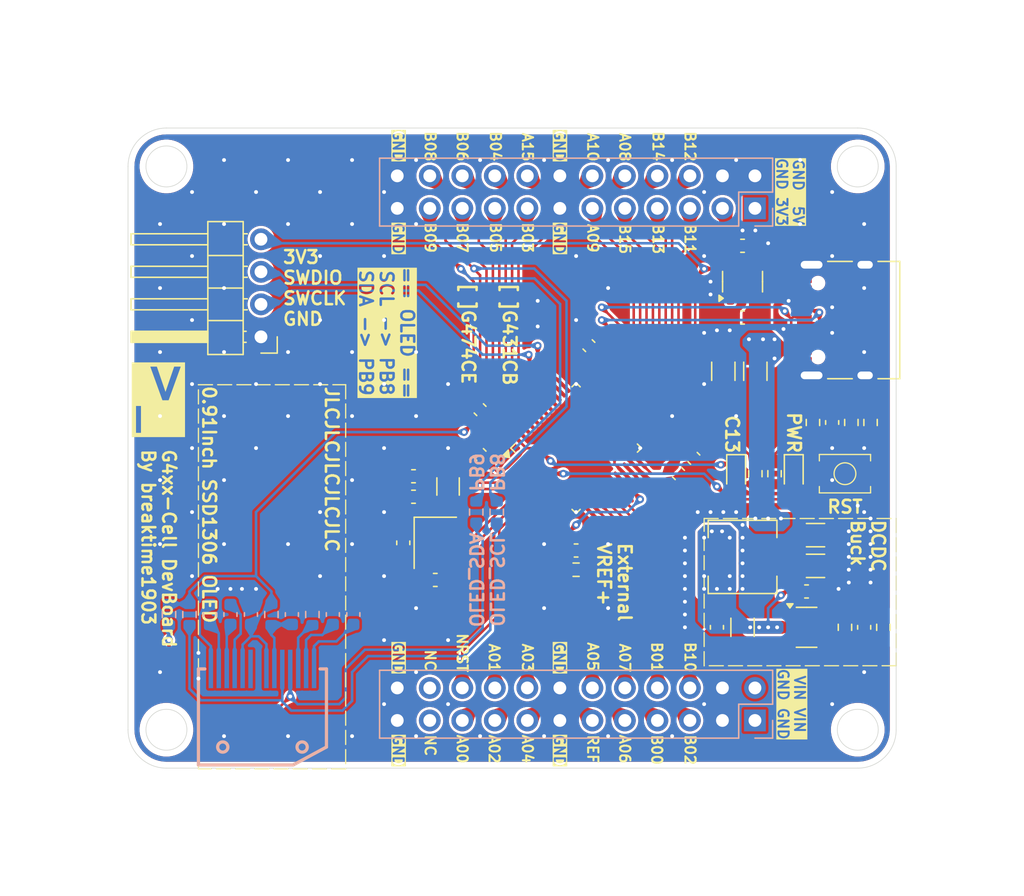
<source format=kicad_pcb>
(kicad_pcb (version 20241229) (generator "pcbnew") (generator_version "9.0")
  (layers (0 "F.Cu" signal) (2 "B.Cu" signal) (13 "F.Paste" user) (15 "B.Paste" user) (5 "F.SilkS" user "F.Silkscreen") (7 "B.SilkS" user "B.Silkscreen") (1 "F.Mask" user) (3 "B.Mask" user) (25 "Edge.Cuts" user))
  (net 0 "")
  (net 1 "/PA14")
  (net 2 "/PA13")
  (net 3 "GND")
  (net 4 "+3V3")
  (net 5 "+VREF")
  (net 6 "/OSC32K_OUT")
  (net 7 "/OSC25M_IN")
  (net 8 "/OSC32K_IN")
  (net 9 "/OSC25M_OUT")
  (net 12 "+5V")
  (net 14 "+EXTVREF")
  (net 15 "/LED_BUILTIN")
  (net 16 "Net-(D1-A)")
  (net 17 "Net-(D2-A)")
  (net 20 "/PA12")
  (net 21 "/PA11")
  (net 22 "Net-(J4-CC2)")
  (net 23 "Net-(J4-CC1)")
  (net 24 "/PA15")
  (net 25 "/PB2")
  (net 26 "/PB4")
  (net 27 "/PB5")
  (net 28 "/PB14")
  (net 29 "/PB13")
  (net 30 "/PB7")
  (net 31 "/PA2")
  (net 32 "/PB3")
  (net 33 "/PA1")
  (net 34 "/PB6")
  (net 35 "/PB15")
  (net 36 "/PA9")
  (net 37 "/PB11")
  (net 38 "/PA3")
  (net 39 "/PB10")
  (net 40 "/PA8")
  (net 41 "/PB12")
  (net 42 "/PA10")
  (net 43 "/PA0")
  (net 45 "+VIN")
  (net 46 "Net-(U3-BOOT)")
  (net 47 "Net-(U3-FB)")
  (net 48 "Net-(U3-SW)")
  (net 49 "/PB0")
  (net 51 "Net-(J5-Pin_1)")
  (net 52 "Net-(J5-Pin_2)")
  (net 53 "Net-(J5-Pin_3)")
  (net 54 "Net-(J5-Pin_4)")
  (net 55 "Net-(J5-Pin_13)")
  (net 56 "Net-(J5-Pin_14)")
  (net 57 "Net-(J5-Pin_12)")
  (net 58 "/OLED_RSTN")
  (net 59 "/OLED_SCL")
  (net 60 "/OLED_SDA")
  (net 61 "/NRST")
  (net 62 "/PB1")
  (net 63 "/PA7")
  (net 64 "/PA6")
  (net 65 "/PA4")
  (net 66 "/PA5")
  (net 67 "/PB9")
  (net 68 "/PB8")
  (footprint "Capacitor_SMD:C_0603_1608Metric" (layer "F.Cu") (at 62.3 78.8 180)
    (property "Reference" "C4" (hide yes))
    (property "Value" "C")
  )
  (footprint "Package_TO_SOT_SMD:SOT-23-5" (layer "F.Cu") (at 88 62 90)
    (property "Reference" "U2" (hide yes))
    (property "Value" "ME6211C33M5")
  )
  (footprint "Resistor_SMD:R_0603_1608Metric" (layer "F.Cu") (at 98 73 -90)
    (property "Reference" "R5" (hide yes))
    (property "Value" "5.1k")
  )
  (footprint "Capacitor_SMD:C_0603_1608Metric" (layer "F.Cu") (at 86 89 90)
    (property "Reference" "C19" (hide yes))
    (property "Value" "0.1u")
  )
  (footprint "Capacitor_SMD:C_0603_1608Metric" (layer "F.Cu") (at 67.5 75.5 135)
    (property "Reference" "C14" (hide yes))
    (property "Value" "0.1u")
  )
  (footprint "Resistor_SMD:R_0603_1608Metric" (layer "F.Cu") (at 96 89 -90)
    (property "Reference" "R8" (hide yes))
    (property "Value" "10k")
  )
  (footprint "LED_SMD:LED_0603_1608Metric" (layer "F.Cu") (at 87.5 77 -90)
    (property "Reference" "D1" (hide yes))
    (property "Value" "LED")
  )
  (footprint "Capacitor_SMD:C_0603_1608Metric" (layer "F.Cu") (at 75 83)
    (property "Reference" "C10" (hide yes))
    (property "Value" "1u")
  )
  (footprint "Package_QFP:LQFP-48_7x7mm_P0.5mm" (layer "F.Cu") (at 75 75 45)
    (property "Reference" "U1" (hide yes))
    (property "Value" "STM32G474CETx")
  )
  (footprint "Capacitor_SMD:C_1206_3216Metric" (layer "F.Cu") (at 86.5 69 -90)
    (property "Reference" "C12" (hide yes))
    (property "Value" "22u")
  )
  (footprint "LED_SMD:LED_0603_1608Metric" (layer "F.Cu") (at 92 77 -90)
    (property "Reference" "D2" (hide yes))
    (property "Value" "LED")
  )
  (footprint "Capacitor_SMD:C_0603_1608Metric" (layer "F.Cu") (at 88 64.8 180)
    (property "Reference" "C5" (hide yes))
    (property "Value" "1u")
  )
  (footprint "Resistor_SMD:R_0603_1608Metric" (layer "F.Cu") (at 93.5 73 -90)
    (property "Reference" "R6" (hide yes))
    (property "Value" "10k")
  )
  (footprint "Capacitor_SMD:C_0603_1608Metric" (layer "F.Cu") (at 84.2 75.8 -45)
    (property "Reference" "C21" (hide yes))
    (property "Value" "0.1u")
  )
  (footprint "Resistor_SMD:R_0603_1608Metric" (layer "F.Cu") (at 96.5 73 -90)
    (property "Reference" "R4" (hide yes))
    (property "Value" "5.1k")
  )
  (footprint "Connector_PinHeader_2.54mm:PinHeader_1x04_P2.54mm_Horizontal" (layer "F.Cu") (at 50.385 66.31 180)
    (property "Reference" "J3" (hide yes))
    (property "Value" "Conn_01x04")
  )
  (footprint "Capacitor_SMD:C_1206_3216Metric" (layer "F.Cu") (at 93.7 84.2)
    (property "Reference" "C18" (hide yes))
    (property "Value" "22u")
  )
  (footprint "Capacitor_SMD:C_0603_1608Metric" (layer "F.Cu") (at 83 77 -45)
    (property "Reference" "C9" (hide yes))
    (property "Value" "0.1u")
  )
  (footprint "Resistor_SMD:R_0603_1608Metric" (layer "F.Cu") (at 99 89 90)
    (property "Reference" "R7" (hide yes))
    (property "Value" "75k")
  )
  (footprint "Capacitor_SMD:C_0603_1608Metric" (layer "F.Cu") (at 64 85.3 180)
    (property "Reference" "C2" (hide yes))
    (property "Value" "C")
  )
  (footprint "Capacitor_SMD:C_1206_3216Metric" (layer "F.Cu") (at 88 89 90)
    (property "Reference" "C17" (hide yes))
    (property "Value" "22u")
  )
  (footprint "Capacitor_SMD:C_0603_1608Metric" (layer "F.Cu") (at 93 86.2 180)
    (property "Reference" "C15" (hide yes))
    (property "Value" "0.1u")
  )
  (footprint "Inductor_SMD:L_Changjiang_FXL0530" (layer "F.Cu") (at 88 83.5)
    (property "Reference" "L1" (hide yes))
    (property "Value" "10u")
  )
  (footprint "Capacitor_SMD:C_0603_1608Metric" (layer "F.Cu") (at 61.5 82.4 -90)
    (property "Reference" "C1" (hide yes))
    (property "Value" "C")
  )
  (footprint "Package_TO_SOT_SMD:SOT-23-6" (layer "F.Cu") (at 93 89)
    (property "Reference" "U3" (hide yes))
    (property "Value" "TPS54302")
  )
  (footprint "Resistor_SMD:R_0603_1608Metric" (layer "F.Cu") (at 90.5 77 -90)
    (property "Reference" "R3" (hide yes))
    (property "Value" "330")
  )
  (footprint "Capacitor_SMD:C_0603_1608Metric" (layer "F.Cu") (at 62.3 77.2 180)
    (property "Reference" "C3" (hide yes))
    (property "Value" "C")
  )
  (footprint "Capacitor_SMD:C_1206_3216Metric" (layer "F.Cu") (at 89 69 -90)
    (property "Reference" "C13" (hide yes))
    (property "Value" "22u")
  )
  (footprint "Library:3_4微动开关" (layer "F.Cu") (at 96 77)
    (property "Reference" "SW1" (hide yes))
    (property "Value" "SW_Push")
  )
  (footprint "Connector_USB:USB_C_Receptacle_XKB_U262-16XN-4BVC11" (layer "F.Cu") (at 96.5 65 90)
    (property "Reference" "J4" (hide yes))
    (property "Value" "USB_C_Receptacle_USB2.0_16P")
  )
  (footprint "Resistor_SMD:R_0603_1608Metric" (layer "F.Cu") (at 75 84.5)
    (property "Reference" "R1" (hide yes))
    (property "Value" "0/NC")
  )
  (footprint "Crystal:Crystal_SMD_3225-4Pin_3.2x2.5mm" (layer "F.Cu") (at 64 82.4 -90)
    (property "Reference" "Y1" (hide yes))
    (property "Value" "25MHz")
  )
  (footprint "Resistor_SMD:R_0603_1608Metric" (layer "F.Cu") (at 89 77 -90)
    (property "Reference" "R2" (hide yes))
    (property "Value" "330")
  )
  (footprint "Capacitor_SMD:C_0603_1608Metric" (layer "F.Cu") (at 97.5 89 90)
    (property "Reference" "C16" (hide yes))
    (property "Value" "75pF")
  )
  (footprint "Capacitor_SMD:C_0603_1608Metric" (layer "F.Cu") (at 67.5 72 135)
    (property "Reference" "C7" (hide yes))
    (property "Value" "0.1u")
  )
  (footprint "Capacitor_SMD:C_0603_1608Metric" (layer "F.Cu") (at 95 73 90)
    (property "Reference" "C11" (hide yes))
    (property "Value" "0.1u")
  )
  (footprint "Crystal:Crystal_SMD_3215-2Pin_3.2x1.5mm" (layer "F.Cu") (at 65 78 90)
    (property "Reference" "Y2" (hide yes))
    (property "Value" "32.768KHz")
  )
  (footprint "Capacitor_SMD:C_0603_1608Metric" (layer "F.Cu") (at 76 67 135)
    (property "Reference" "C8" (hide yes))
    (property "Value" "0.1u")
  )
  (footprint "Capacitor_SMD:C_1206_3216Metric" (layer "F.Cu") (at 93.7 81.8)
    (property "Reference" "C20" (hide yes))
    (property "Value" "22u")
  )
  (footprint "Capacitor_SMD:C_0603_1608Metric" (layer "F.Cu") (at 88 59.2)
    (property "Reference" "C6" (hide yes))
    (property "Value" "1u")
  )
  (footprint "Resistor_SMD:R_0603_1608Metric" (layer "B.Cu") (at 67.2 80 90)
    (property "Reference" "R14" (hide yes))
    (property "Value" "0R")
  )
  (footprint "Library:OLED-SMD_14P-P0.62" (layer "B.Cu") (at 50.5 92.25 90)
    (property "Reference" "J5" (hide yes))
    (property "Value" "Conn_01x14")
  )
  (footprint "Resistor_SMD:R_0603_1608Metric" (layer "B.Cu") (at 54.4 88 -90)
    (property "Reference" "R9" (hide yes))
    (property "Value" "560k")
  )
  (footprint "Resistor_SMD:R_0603_1608Metric" (layer "B.Cu") (at 51.2 88 90)
    (property "Reference" "R10" (hide yes))
    (property "Value" "4.7k")
  )
  (footprint "Capacitor_SMD:C_0603_1608Metric" (layer "B.Cu") (at 52.8 88 90)
    (property "Reference" "C26" (hide yes))
    (property "Value" "10u")
  )
  (footprint "Capacitor_SMD:C_0603_1608Metric" (layer "B.Cu") (at 49.6 88 -90)
    (property "Reference" "C27" (hide yes))
    (property "Value" "0.1u")
  )
  (footprint "Resistor_SMD:R_0603_1608Metric" (layer "B.Cu") (at 44.8 88 90)
    (property "Reference" "R11" (hide yes))
    (property "Value" "4.7k")
  )
  (footprint "Capacitor_SMD:C_0603_1608Metric" (layer "B.Cu") (at 56 88 90)
    (property "Reference" "C24" (hide yes))
    (property "Value" "2.2u")
  )
  (footprint "Connector_PinHeader_2.54mm:PinHeader_2x12_P2.54mm_Vertical" (layer "B.Cu") (at 88.97 56.275 90)
    (property "Reference" "J1" (hide yes))
    (property "Value" "Conn_02x12_Odd_Even")
  )
  (footprint "Capacitor_SMD:C_0603_1608Metric" (layer "B.Cu") (at 48 88 90)
    (property "Reference" "C23" (hide yes))
    (property "Value" "0.1u")
  )
  (footprint "Resistor_SMD:R_0603_1608Metric" (layer "B.Cu") (at 43.2 88 90)
    (property "Reference" "R12" (hide yes))
    (property "Value" "4.7k")
  )
  (footprint "Connector_PinHeader_2.54mm:PinHeader_2x12_P2.54mm_Vertical" (layer "B.Cu") (at 88.97 96.275 90)
    (property "Reference" "J2" (hide yes))
    (property "Value" "Conn_02x12_Odd_Even")
  )
  (footprint "Capacitor_SMD:C_0603_1608Metric" (layer "B.Cu") (at 46.4 88 -90)
    (property "Reference" "C22" (hide yes))
    (property "Value" "0.1u")
  )
  (footprint "Capacitor_SMD:C_0603_1608Metric" (layer "B.Cu") (at 57.6 88 90)
    (property "Reference" "C25" (hide yes))
    (property "Value" "4.7u")
  )
  (footprint "Resistor_SMD:R_0603_1608Metric" (layer "B.Cu") (at 68.8 80 90)
    (property "Reference" "R13" (hide yes))
    (property "Value" "0R")
  )
  (gr_rect (start 45.5 70.05) (end 57 100.05) (stroke (width 0.1) (type dash)) (fill no) (layer "F.SilkS"))
  (gr_rect (start 85 80.5) (end 100 92) (stroke (width 0.1) (type dash)) (fill no) (layer "F.SilkS"))
  (gr_arc (start 43 100) (mid 40.87868 99.12132) (end 40 97) (stroke (width 0.05)) (layer "Edge.Cuts"))
  (gr_circle (center 97 97) (end 97 98.6) (stroke (width 0.05)) (fill no) (layer "Edge.Cuts"))
  (gr_line (start 100 53) (end 100 97) (stroke (width 0.05)) (layer "Edge.Cuts"))
  (gr_line (start 40 97) (end 40 53) (stroke (width 0.05)) (layer "Edge.Cuts"))
  (gr_arc (start 100 97) (mid 99.12132 99.12132) (end 97 100) (stroke (width 0.05)) (layer "Edge.Cuts"))
  (gr_line (start 97 100) (end 43 100) (stroke (width 0.05)) (layer "Edge.Cuts"))
  (gr_line (start 43 50) (end 97 50) (stroke (width 0.05)) (layer "Edge.Cuts"))
  (gr_arc (start 40 53) (mid 40.87868 50.87868) (end 43 50) (stroke (width 0.05)) (layer "Edge.Cuts"))
  (gr_circle (center 43 53) (end 44.6 53) (stroke (width 0.05)) (fill no) (layer "Edge.Cuts"))
  (gr_arc (start 97 50) (mid 99.12132 50.87868) (end 100 53) (stroke (width 0.05)) (layer "Edge.Cuts"))
  (gr_circle (center 43 97) (end 44.6 97) (stroke (width 0.05)) (fill no) (layer "Edge.Cuts"))
  (gr_circle (center 97 53) (end 97 51.4) (stroke (width 0.05)) (fill no) (layer "Edge.Cuts"))
  (gr_text "A06" (at 78.8 97.3 270) (layer "F.SilkS") (effects (font (size 0.8 0.8) (thickness 0.16) (bold yes)) (justify left)))
  (gr_text "GND" (at 61.1 52.7 270) (layer "F.SilkS" knockout) (effects (font (size 0.8 0.8) (thickness 0.16) (bold yes)) (justify right)))
  (gr_text "B09" (at 63.6 57.3 270) (layer "F.SilkS") (effects (font (size 0.8 0.8) (thickness 0.16) (bold yes)) (justify left)))
  (gr_text "B03" (at 71.2 57.3 270) (layer "F.SilkS") (effects (font (size 0.8 0.8) (thickness 0.16) (bold yes)) (justify left)))
  (gr_text ">_" (at 41.1 71 270) (layer "F.SilkS" knockout) (effects (font (size 3 3) (thickness 0.2) (bold yes)) (justify bottom)))
  (gr_text "B04" (at 68.7 52.7 270) (layer "F.SilkS") (effects (font (size 0.8 0.8) (thickness 0.16) (bold yes)) (justify right)))
  (gr_text "B11" (at 83.9 57.4 270) (layer "F.SilkS") (effects (font (size 0.8 0.8) (thickness 0.16) (bold yes)) (justify left)))
  (gr_text "NRST" (at 66.1 92.6 270) (layer "F.SilkS") (effects (font (size 0.8 0.8) (thickness 0.16) (bold yes)) (justify right)))
  (gr_text "0.91Inch SSD1306 OLED" (at 45.75 70.05 270) (layer "F.SilkS") (effects (font (size 1 1) (thickness 0.2) (bold yes)) (justify left bottom)))
  (gr_text "GND" (at 61.1 92.7 270) (layer "F.SilkS" knockout) (effects (font (size 0.8 0.8) (thickness 0.16) (bold yes)) (justify right)))
  (gr_text "GND" (at 61.1 57.3 270) (layer "F.SilkS" knockout) (effects (font (size 0.8 0.8) (thickness 0.16) (bold yes)) (justify left)))
  (gr_text "B00" (at 81.3 97.3 270) (layer "F.SilkS") (effects (font (size 0.8 0.8) (thickness 0.16) (bold yes)) (justify left)))
  (gr_text "B01" (at 81.3 92.6 270) (layer "F.SilkS") (effects (font (size 0.8 0.8) (thickness 0.16) (bold yes)) (justify right)))
  (gr_text "B02" (at 83.9 97.3 270) (layer "F.SilkS") (effects (font (size 0.8 0.8) (thickness 0.16) (bold yes)) (justify left)))
  (gr_text "B13" (at 81.4 57.4 270) (layer "F.SilkS") (effects (font (size 0.8 0.8) (thickness 0.16) (bold yes)) (justify left)))
  (gr_text "3V3\nSWDIO\nSWCLK\nGND" (at 52 62.5 0) (layer "F.SilkS") (effects (font (size 1 1) (thickness 0.2) (bold yes)) (justify left)))
  (gr_text "VIN VIN\nGND GND" (at 90.7 95 270) (layer "F.SilkS" knockout) (effects (font (size 0.8 0.8) (thickness 0.16) (bold yes)) (justify bottom)))
  (gr_text "RST" (at 96 79 0) (layer "F.SilkS") (effects (font (size 1 1) (thickness 0.2) (bold yes)) (justify top)))
  (gr_text "DCDC\nBuck" (at 96.4 80.5 270) (layer "F.SilkS") (effects (font (size 1 1) (thickness 0.2) (bold yes)) (justify left bottom)))
  (gr_text "GND" (at 61.1 97.3 270) (layer "F.SilkS" knockout) (effects (font (size 0.8 0.8) (thickness 0.16) (bold yes)) (justify left)))
  (gr_text "A08" (at 78.8 52.7 270) (layer "F.SilkS") (effects (font (size 0.8 0.8) (thickness 0.16) (bold yes)) (justify right)))
  (gr_text "GND  5V\nGND 3V3" (at 90.6 55 270) (layer "F.SilkS" knockout) (effects (font (size 0.8 0.8) (thickness 0.16) (bold yes)) (justify bottom)))
  (gr_text "B15" (at 78.8 57.4 270) (layer "F.SilkS") (effects (font (size 0.8 0.8) (thickness 0.16) (bold yes)) (justify left)))
  (gr_text "REF" (at 76.3 97.3 270) (layer "F.SilkS") (effects (font (size 0.8 0.8) (thickness 0.16) (bold yes)) (justify left)))
  (gr_text "NC" (at 63.6 97.3 270) (layer "F.SilkS") (effects (font (size 0.8 0.8) (thickness 0.16) (bold yes)) (justify left)))
  (gr_text "A09" (at 76.3 57.4 270) (layer "F.SilkS") (effects (font (size 0.8 0.8) (thickness 0.16) (bold yes)) (justify left)))
  (gr_text "B05" (at 68.7 57.3 270) (layer "F.SilkS") (effects (font (size 0.8 0.8) (thickness 0.16) (bold yes)) (justify left)))
  (gr_text "External\nVREF+" (at 76.6 82.3 270) (layer "F.SilkS") (effects (font (size 1 1) (thickness 0.2) (bold yes)) (justify left bottom)))
  (gr_text "G4xx-Cell DevBoard\nBy breaktime1903" (at 41 75 270) (layer "F.SilkS") (effects (font (size 1 1) (thickness 0.2) (bold yes)) (justify left bottom)))
  (gr_text "[ ]G431CB\n\n[ ]G474CE" (at 66 62 270) (layer "F.SilkS") (effects (font (size 1 1) (thickness 0.2) (bold yes)) (justify left bottom)))
  (gr_text "PWR\n\n\nC13" (at 89.6 75.5 270) (layer "F.SilkS") (effects (font (size 1 1) (thickness 0.2) (bold yes)) (justify right)))
  (gr_text "A07" (at 78.8 92.6 270) (layer "F.SilkS") (effects (font (size 0.8 0.8) (thickness 0.16) (bold yes)) (justify right)))
  (gr_text "A04" (at 71.2 97.3 270) (layer "F.SilkS") (effects (font (size 0.8 0.8) (thickness 0.16) (bold yes)) (justify left)))
  (gr_text "GND" (at 73.7 97.3 270) (layer "F.SilkS" knockout) (effects (font (size 0.8 0.8) (thickness 0.16) (bold yes)) (justify left)))
  (gr_text "JLCJLCJLCJLCJLC" (at 56.5 70.1 270) (layer "F.SilkS") (effects (font (size 1 1) (thickness 0.2) (bold yes)) (justify left top)))
  (gr_text "A00" (at 66.1 97.3 270) (layer "F.SilkS") (effects (font (size 0.8 0.8) (thickness 0.16) (bold yes)) (justify left)))
  (gr_text "A02" (at 68.6 97.3 270) (layer "F.SilkS") (effects (font (size 0.8 0.8) (thickness 0.16) (bold yes)) (justify left)))
  (gr_text "B07" (at 66.1 57.3 270) (layer "F.SilkS") (effects (font (size 0.8 0.8) (thickness 0.16) (bold yes)) (justify left)))
  (gr_text "B06" (at 66.1 52.7 270) (layer "F.SilkS") (effects (font (size 0.8 0.8) (thickness 0.16) (bold yes)) (justify right)))
  (gr_text "GND" (at 73.7 57.3 270) (layer "F.SilkS" knockout) (effects (font (size 0.8 0.8) (thickness 0.16) (bold yes)) (justify left)))
  (gr_text "B10" (at 83.9 92.6 270) (layer "F.SilkS") (effects (font (size 0.8 0.8) (thickness 0.16) (bold yes)) (justify right)))
  (gr_text "NC" (at 63.6 92.5 270) (layer "F.SilkS") (effects (font (size 0.8 0.8) (thickness 0.16) (bold yes)) (justify right)))
  (gr_text "GND" (at 73.7 92.7 270) (layer "F.SilkS" knockout) (effects (font (size 0.8 0.8) (thickness 0.16) (bold yes)) (justify right)))
  (gr_text "== OLED ==\nSCL -> PB8\nSDA -> PB9" (at 58 66 270) (layer "F.SilkS" knockout) (effects (font (size 1 1) (thickness 0.2) (bold yes)) (justify bottom)))
  (gr_text "A01" (at 68.6 92.6 270) (layer "F.SilkS") (effects (font (size 0.8 0.8) (thickness 0.16) (bold yes)) (justify right)))
  (gr_text "A05" (at 76.3 92.5 270) (layer "F.SilkS") (effects (font (size 0.8 0.8) (thickness 0.16) (bold yes)) (justify right)))
  (gr_text "A10" (at 76.3 52.7 270) (layer "F.SilkS") (effects (font (size 0.8 0.8) (thickness 0.16) (bold yes)) (justify right)))
  (gr_text "A15" (at 71.2 52.7 270) (layer "F.SilkS") (effects (font (size 0.8 0.8) (thickness 0.16) (bold yes)) (justify right)))
  (gr_text "B12" (at 83.9 52.7 270) (layer "F.SilkS") (effects (font (size 0.8 0.8) (thickness 0.16) (bold yes)) (justify right)))
  (gr_text "B14" (at 81.4 52.7 270) (layer "F.SilkS") (effects (font (size 0.8 0.8) (thickness 0.16) (bold yes)) (justify right)))
  (gr_text "GND" (at 73.7 52.7 270) (layer "F.SilkS" knockout) (effects (font (size 0.8 0.8) (thickness 0.16) (bold yes)) (justify right)))
  (gr_text "B08" (at 63.6 52.7 270) (layer "F.SilkS") (effects (font (size 0.8 0.8) (thickness 0.16) (bold yes)) (justify right)))
  (gr_text "A03" (at 71.2 92.6 270) (layer "F.SilkS") (effects (font (size 0.8 0.8) (thickness 0.16) (bold yes)) (justify right)))
  (gr_text "OLED_SCL\nOLED_SDA" (at 68 81.5 270) (layer "B.SilkS") (effects (font (size 1 1) (thickness 0.2) (bold yes)) (justify right mirror)))
  (gr_text "PB8\nPB9" (at 68 78.5 270) (layer "B.SilkS") (effects (font (size 1 1) (thickness 0.2) (bold yes)) (justify left mirror)))
  (segment (start 71.3 67.7) (end 71.3 68.11802) (width 0.2) (layer "F.Cu") (net 1))
  (segment (start 71.3 68.11802) (end 73.647658 70.465678) (width 0.2) (layer "F.Cu") (net 1))
  (via (at 71.3 67.7) (size 0.6) (drill 0.3) (layers "F.Cu" "B.Cu") (net 1))
  (segment (start 52.8 62.7) (end 51.73 63.77) (width 0.2) (layer "B.Cu") (net 1))
  (segment (start 62.7 62.7) (end 52.8 62.7) (width 0.2) (layer "B.Cu") (net 1))
  (segment (start 71.3 67.7) (end 67.7 67.7) (width 0.2) (layer "B.Cu") (net 1))
  (segment (start 51.73 63.77) (end 50.385 63.77) (width 0.2) (layer "B.Cu") (net 1))
  (segment (start 67.7 67.7) (end 62.7 62.7) (width 0.2) (layer "B.Cu") (net 1))
  (segment (start 72 67) (end 72 68.110912) (width 0.2) (layer "F.Cu") (net 2))
  (segment (start 72 68.110912) (end 74.001212 70.112124) (width 0.2) (layer "F.Cu") (net 2))
  (via (at 72 67) (size 0.6) (drill 0.3) (layers "F.Cu" "B.Cu") (net 2))
  (segment (start 72 67) (end 68 67) (width 0.2) (layer "B.Cu") (net 2))
  (segment (start 68 67) (end 63.25 62.25) (width 0.2) (layer "B.Cu") (net 2))
  (segment (start 63.25 62.25) (end 52.75 62.25) (width 0.2) (layer "B.Cu") (net 2))
  (segment (start 51.73 61.23) (end 50.385 61.23) (width 0.2) (layer "B.Cu") (net 2))
  (segment (start 52.75 62.25) (end 51.73 61.23) (width 0.2) (layer "B.Cu") (net 2))
  (via (at 42.5 77.5) (size 0.6) (drill 0.3) (layers "F.Cu" "B.Cu") (net 3))
  (via (at 45 55) (size 0.6) (drill 0.3) (layers "F.Cu" "B.Cu") (net 3))
  (via (at 57.5 52.5) (size 0.6) (drill 0.3) (layers "F.Cu" "B.Cu") (net 3))
  (via (at 55 80) (size 0.6) (drill 0.3) (layers "F.Cu" "B.Cu") (net 3))
  (via (at 72.5 52.5) (size 0.6) (drill 0.3) (layers "F.Cu" "B.Cu") (net 3))
  (via (at 86 65.8) (size 0.6) (drill 0.3) (layers "F.Cu" "B.Cu") (net 3))
  (via (at 50 70) (size 0.6) (drill 0.3) (layers "F.Cu" "B.Cu") (net 3))
  (via (at 45.5 93) (size 0.6) (drill 0.3) (layers "F.Cu" "B.Cu") (net 3))
  (via (at 42.5 82.5) (size 0.6) (drill 0.3) (layers "F.Cu" "B.Cu") (net 3))
  (via (at 52.5 82.5) (size 0.6) (drill 0.3) (layers "F.Cu" "B.Cu") (net 3))
  (via (at 98 83.5) (size 0.6) (drill 0.3) (layers "F.Cu" "B.Cu") (net 3))
  (via (at 96.3 84.5) (size 0.6) (drill 0.3) (layers "F.Cu" "B.Cu") (net 3))
  (via (at 82.5 72.5) (size 0.6) (drill 0.3) (layers "F.Cu" "B.Cu") (net 3))
  (via (at 88 58) (size 0.6) (drill 0.3) (layers "F.Cu" "B.Cu") (net 3))
  (via (at 55 60) (size 0.6) (drill 0.3) (layers "F.Cu" "B.Cu") (net 3))
  (via (at 47.5 82.5) (size 0.6) (drill 0.3) (layers "F.Cu" "B.Cu") (net 3))
  (via (at 87.5 52.5) (size 0.6) (drill 0.3) (layers "F.Cu" "B.Cu") (net 3))
  (via (at 85 70) (size 0.6) (drill 0.3) (layers "F.Cu" "B.Cu") (net 3))
  (via (at 47.5 77.5) (size 0.6) (drill 0.3) (layers "F.Cu" "B.Cu") (net 3))
  (via (at 98 80.5) (size 0.6) (drill 0.3) (layers "F.Cu" "B.Cu") (net 3))
  (via (at 96.3 83.5) (size 0.6) (drill 0.3) (layers "F.Cu" "B.Cu") (net 3))
  (via (at 55 70) (size 0.6) (drill 0.3) (layers "F.Cu" "B.Cu") (net 3))
  (via (at 47.5 67.5) (size 0.6) (drill 0.3) (layers "F.Cu" "B.Cu") (net 3))
  (via (at 57.5 57.5) (size 0.6) (drill 0.3) (layers "F.Cu" "B.Cu") (net 3))
  (via (at 45.5 91) (size 0.6) (drill 0.3) (layers "F.Cu" "B.Cu") (net 3))
  (via (at 92.5 52.5) (size 0.6) (drill 0.3) (layers "F.Cu" "B.Cu") (net 3))
  (via (at 83.5 89) (size 0.6) (drill 0.3) (layers "F.Cu" "B.Cu") (net 3))
  (via (at 42.5 57.5) (size 0.6) (drill 0.3) (layers "F.Cu" "B.Cu") (net 3))
  (via (at 85 66) (size 0.6) (drill 0.3) (layers "F.Cu" "B.Cu") (net 3))
  (via (at 84.5 80) (size 0.6) (drill 0.3) (layers "F.Cu" "B.Cu") (net 3))
  (via (at 97.5 67.5) (size 0.6) (drill 0.3) (layers "F.Cu" "B.Cu") (net 3))
  (via (at 52.5 97.5) (size 0.6) (drill 0.3) (layers "F.Cu" "B.Cu") (net 3))
  (via (at 91.2 65.7) (size 0.6) (drill 0.3) (layers "F.Cu" "B.Cu") (net 3))
  (via (at 88 83) (size 0.6) (drill 0.3) (layers "F.Cu" "B.Cu") (net 3))
  (via (at 47.5 97.5) (size 0.6) (drill 0.3) (layers "F.Cu" "B.Cu") (net 3))
  (via (at 83.5 87) (size 0.6) (drill 0.3) (layers "F.Cu" "B.Cu") (net 3))
  (via (at 86.5 80) (size 0.6) (drill 0.3) (layers "F.Cu" "B.Cu") (net 3))
  (via (at 95 75) (size 0.6) (drill 0.3) (layers "F.Cu" "B.Cu") (net 3))
  (via (at 82.5 52.5) (size 0.6) (drill 0.3) (layers "F.Cu" "B.Cu") (net 3))
  (via (at 60 85) (size 0.6) (drill 0.3) (layers "F.Cu" "B.Cu") (net 3))
  (via (at 98 85.5) (size 0.6) (drill 0.3) (layers "F.Cu" "B.Cu") (net 3))
  (via (at 97.5 80) (size 0.6) (drill 0.3) (layers "F.Cu" "B.Cu") (net 3))
  (via (at 57.5 67.5) (size 0.6) (drill 0.3) (layers "F.Cu" "B.Cu") (net 3))
  (via (at 60 55) (size 0.6) (drill 0.3) (layers "F.Cu" "B.Cu") (net 3))
  (via (at 62.5 72.5) (size 0.6) (drill 0.3) (layers "F.Cu" "B.Cu") (net 3))
  (via (at 60 75) (size 0.6) (drill 0.3) (layers "F.Cu" "B.Cu") (net 3))
  (via (at 97.5 62.5) (size 0.6) (drill 0.3) (layers "F.Cu" "B.Cu") (net 3))
  (via (at 47.5 72.5) (size 0.6) (drill 0.3) (layers "F.Cu" "B.Cu") (net 3))
  (via (at 95 64) (size 0.6) (drill 0.3) (layers "F.Cu" "B.Cu") (net 3))
  (via (at 96.3 82.5) (size 0.6) (drill 0.3) (layers "F.Cu" "B.Cu") (net 3))
  (via (at 62.5 87.5) (size 0.6) (drill 0.3) (layers "F.Cu" "B.Cu") (net 3))
  (via (at 62.5 67.5) (size 0.6) (drill 0.3) (layers "F.Cu" "B.Cu") (net 3))
  (via (at 57.5 72.5) (size 0.6) (drill 0.3) (layers "F.Cu" "B.Cu") (net 3))
  (via (at 45 80) (size 0.6) (drill 0.3) (layers "F.Cu" "B.Cu") (net 3))
  (via (at 45 60) (size 0.6) (drill 0.3) (layers "F.Cu" "B.Cu") (net 3))
  (via (at 55 85) (size 0.6) (drill 0.3) (layers "F.Cu" "B.Cu") (net 3))
  (via (at 45 65) (size 0.6) (drill 0.3) (layers "F.Cu" "B.Cu") (net 3))
  (via (at 96.3 85.5) (size 0.6) (drill 0.3) (layers "F.Cu" "B.Cu") (net 3))
  (via (at 88 84) (size 0.6) (drill 0.3) (layers "F.Cu" "B.Cu") (net 3))
  (via (at 97 79.5) (size 0.6) (drill 0.3) (layers "F.Cu" "B.Cu") (net 3))
  (via (at 75 65) (size 0.6) (drill 0.3) (layers "F.Cu" "B.Cu") (net 3))
  (via (at 60 90) (size 0.6) (drill 0.3) (layers "F.Cu" "B.Cu") (net 3))
  (via (at 47.5 57.5) (size 0.6) (drill 0.3) (layers "F.Cu" "B.Cu") (net 3))
  (via (at 42.5 72.5) (size 0.6) (drill 0.3) (layers "F.Cu" "B.Cu") (net 3))
  (via (at 75 60) (size 0.6) (drill 0.3) (layers "F.Cu" "B.Cu") (net 3))
  (via (at 98 81.5) (size 0.6) (drill 0.3) (layers "F.Cu" "B.Cu") (net 3))
  (via (at 75 80) (size 0.6) (drill 0.3) (layers "F.Cu" "B.Cu") (net 3))
  (via (at 72.5 97.5) (size 0.6) (drill 0.3) (layers "F.Cu" "B.Cu") (net 3))
  (via (at 65 90) (size 0.6) (drill 0.3) (layers "F.Cu" "B.Cu") (net 3))
  (via (at 62.5 97.5) (size 0.6) (drill 0.3) (layers "F.Cu" "B.Cu") (net 3))
  (via (at 72 63.5) (size 0.6) (drill 0.3) (layers "F.Cu" "B.Cu") (net 3))
  (via (at 98 82.5) (size 0.6) (drill 0.3) (layers "F.Cu" "B.Cu") (net 3))
  (via (at 80 75) (size 0.6) (drill 0.3) (layers "F.Cu" "B.Cu") (net 3))
  (via (at 85 60) (size 0.6) (drill 0.3) (layers "F.Cu" "B.Cu") (net 3))
  (via (at 83.5 84) (size 0.6) (drill 0.3) (layers "F.Cu" "B.Cu") (net 3))
  (via (at 87.5 80) (size 0.6) (drill 0.3) (layers "F.Cu" "B.Cu") (net 3))
  (via (at 85 55) (size 0.6) (drill 0.3) (layers "F.Cu" "B.Cu") (net 3))
  (via (at 95 95) (size 0.6) (drill 0.3) (layers "F.Cu" "B.Cu") (net 3))
  (via (at 52.5 52.5) (size 0.6) (drill 0.3) (layers "F.Cu" "B.Cu") (net 3))
  (via (at 42.5 62.5) (size 0.6) (drill 0.3) (layers "F.Cu" "B.Cu") (net 3))
  (via (at 88 85) (size 0.6) (drill 0.3) (layers "F.Cu" "B.Cu") (net 3))
  (via (at 95 66) (size 0.6) (drill 0.3) (layers "F.Cu" "B.Cu") (net 3))
  (via (at 57.5 97.5) (size 0.6) (drill 0.3) (layers "F.Cu" "B.Cu") (net 3))
  (via (at 77.5 52.5) (size 0.6) (drill 0.3) (layers "F.Cu" "B.Cu") (net 3))
  (via (at 85 95) (size 0.6) (drill 0.3) (layers "F.Cu" "B.Cu") (net 3))
  (via (at 50 55) (size 0.6) (drill 0.3) (layers "F.Cu" "B.Cu") (net 3))
  (via (at 72.5 87.5) (size 0.6) (drill 0.3) (layers "F.Cu" "B.Cu") (net 3))
  (via (at 62.5 92.5) (size 0.6) (drill 0.3) (layers "F.Cu" "B.Cu") (net 3))
  (via (at 88 82) (size 0.6) (drill 0.3) (layers "F.Cu" "B.Cu") (net 3))
  (via (at 90 59) (size 0.6) (drill 0.3) (layers "F.Cu" "B.Cu") (net 3))
  (via (at 60 70) (size 0.6) (drill 0.3) (layers "F.Cu" "B.Cu") (net 3))
  (via (at 60 60) (size 0.6) (drill 0.3) (layers "F.Cu" "B.Cu") (net 3))
  (via (at 77.5 87.5) (size 0.6) (drill 0.3) (layers "F.Cu" "B.Cu") (net 3))
  (via (at 67.5 97.5) (size 0.6) (drill 0.3) (layers "F.Cu" "B.Cu") (net 3))
  (via (at 42.5 92.5) (size 0.6) (drill 0.3) (layers "F.Cu" "B.Cu") (net 3))
  (via (at 47.5 52.5) (size 0.6) (drill 0.3) (layers "F.Cu" "B.Cu") (net 3))
  (via (at 89 58) (size 0.6) (drill 0.3) (layers "F.Cu" "B.Cu") (net 3))
  (via (at 52.5 72.5) (size 0.6) (drill 0.3) (layers "F.Cu" "B.Cu") (net 3))
  (via (at 75 70) (size 0.6) (drill 0.3) (layers "F.Cu" "B.Cu") (net 3))
  (via (at 85.5 63) (size 0.6) (drill 0.3) (layers "F.Cu" "B.Cu") (net 3))
  (via (at 52.5 57.5) (size 0.6) (drill 0.3) (layers "F.Cu" "B.Cu") (net 3))
  (via (at 65 75) (size 0.6) (drill 0.3) (layers "F.Cu" "B.Cu") (net 3))
  (via (at 42.5 67.5) (size 0.6) (drill 0.3) (layers "F.Cu" "B.Cu") (net 3))
  (via (at 52.5 67.5) (size 0.6) (drill 0.3) (layers "F.Cu" "B.Cu") (net 3))
  (via (at 97.5 57.5) (size 0.6) (drill 0.3) (layers "F.Cu" "B.Cu") (net 3))
  (via (at 50 75) (size 0.6) (drill 0.3) (layers "F.Cu" "B.Cu") (net 3))
  (via (at 65 95) (size 0.6) (drill 0.3) (layers "F.Cu" "B.Cu") (net 3))
  (via (at 97.5 92.5) (size 0.6) (drill 0.3) (layers "F.Cu" "B.Cu") (net 3))
  (via (at 47.5 62.5) (size 0.6) (drill 0.3) (layers "F.Cu" "B.Cu") (net 3))
  (via (at 48 86) (size 0.6) (drill 0.3) (layers "F.Cu" "B.Cu") (net 3))
  (via (at 47 86) (size 0.6) (drill 0.3) (layers "F.Cu" "B.Cu") (net 3))
  (via (at 62.5 57.5) (size 0.6) (drill 0.3) (layers "F.Cu" "B.Cu") (net 3))
  (via (at 45 70) (size 0.6) (drill 0.3) (layers "F.Cu" "B.Cu") (net 3))
  (via (at 85.5 62) (size 0.6) (drill 0.3) (layers "F.Cu" "B.Cu") (net 3))
  (via (at 83.5 88) (size 0.6) (drill 0.3) (layers "F.Cu" "B.Cu") (net 3))
  (via (at 50 86) (size 0.6) (drill 0.3) (layers "F.Cu" "B.Cu") (net 3))
  (via (at 92.5 57.5) (size 0.6) (drill 0.3) (layers "F.Cu" "B.Cu") (net 3))
  (via (at 60 95) (size 0.6) (drill 0.3) (layers "F.Cu" "B.Cu") (net 3))
  (via (at 57.5 77.5) (size 0.6) (drill 0.3) (layers "F.Cu" "B.Cu") (net 3))
  (via (at 67.5 52.5) (size 0.6) (drill 0.3) (layers "F.Cu" "B.Cu") (net 3))
  (via (at 57.5 82.5) (size 0.6) (drill 0.3) (layers "F.Cu" "B.Cu") (net 3))
  (via (at 55 55) (size 0.6) (drill 0.3) (layers "F.Cu" "B.Cu") (net 3))
  (via (at 91.6 63.5) (size 0.6) (drill 0.3) (layers "F.Cu" "B.Cu") (net 3))
  (via (at 55 65) (size 0.6) (drill 0.3) (layers "F.Cu" "B.Cu") (net 3))
  (via (at 98 84.5) (size 0.6) (drill 0.3) (layers "F.Cu" "B.Cu") (net 3))
  (via (at 45 75) (size 0.6) (drill 0.3) (layers "F.Cu" "B.Cu") (net 3))
  (via (at 77.5 97.5) (size 0.6) (drill 0.3) (layers "F.Cu" "B.Cu") (net 3))
  (via (at 95.5 86) (size 0.6) (drill 0.3) (layers "F.Cu" "B.Cu") (net 3))
  (via (at 45 85) (size 0.6) (drill 0.3) (layers "F.Cu" "B.Cu") (net 3))
  (via (at 87 65.8) (size 0.6) (drill 0.3) (layers "F.Cu" "B.Cu") (net 3))
  (via (at 83.5 82) (size 0.6) (drill 0.3) (layers "F.Cu" "B.Cu") (net 3))
  (via (at 85.5 80) (size 0.6) (drill 0.3) (layers "F.Cu" "B.Cu") (net 3))
  (via (at 95 55) (size 0.6) (drill 0.3) (layers "F.Cu" "B.Cu") (net 3))
  (via (at 95 77.5) (size 0.6) (drill 0.3) (layers "F.Cu" "B.Cu") (net 3))
  (via (at 88 81) (size 0.6) (drill 0.3) (layers "F.Cu" "B.Cu") (net 3))
  (via (at 72 65.5) (size 0.6) (drill 0.3) (layers "F.Cu" "B.Cu") (net 3))
  (via (at 72.5 82.5) (size 0.6) (drill 0.3) (layers "F.Cu" "B.Cu") (net 3))
  (via (at 97.5 75) (size 0.6) (drill 0.3) (layers "F.Cu" "B.Cu") (net 3))
  (via (at 65 70) (size 0.6) (drill 0.3) (layers "F.Cu" "B.Cu") (net 3))
  (via (at 96.3 81.5) (size 0.6) (drill 0.3) (layers "F.Cu" "B.Cu") (net 3))
  (via (at 60 65) (size 0.6) (drill 0.3) (layers "F.Cu" "B.Cu") (net 3))
  (via (at 87.5 72.5) (size 0.6) (drill 0.3) (layers "F.Cu" "B.Cu") (net 3))
  (via (at 62.5 52.5) (size 0.6) (drill 0.3) (layers "F.Cu" "B.Cu") (net 3))
  (via (at 83.5 85) (size 0.6) (drill 0.3) (layers "F.Cu" "B.Cu") (net 3))
  (via (at 83.5 86) (size 0.6) (drill 0.3) (layers "F.Cu" "B.Cu") (net 3))
  (via (at 60 80) (size 0.6) (drill 0.3) (layers "F.Cu" "B.Cu") (net 3))
  (via (at 88 86) (size 0.6) (drill 0.3) (layers "F.Cu" "B.Cu") (net 3))
  (via (at 77.5 62.5) (size 0.6) (drill 0.3) (layers "F.Cu" "B.Cu") (net 3))
  (via (at 48.9 86) (size 0.6) (drill 0.3) (layers "F.Cu" "B.Cu") (net 3))
  (via (at 95 60) (size 0.6) (drill 0.3) (layers "F.Cu" "B.Cu") (net 3))
  (via (at 77.5 82.5) (size 0.6) (drill 0.3) (layers "F.Cu" "B.Cu") (net 3))
  (via (at 82.5 97.5) (size 0.6) (drill 0.3) (layers "F.Cu" "B.Cu") (net 3))
  (via (at 83.5 83) (size 0.6) (drill 0.3) (layers "F.Cu" "B.Cu") (net 3))
  (segment (start 78 76) (end 78.8 75.2) (width 0.2) (layer "F.Cu") (net 4))
  (segment (start 68.65892 72.548008) (end 70.112124 74.001212) (width 0.2) (layer "F.Cu") (net 4))
  (segment (start 84.303984 74.6) (end 84.303984 61.703984) (width 0.2) (layer "F.Cu") (net 4))
  (segment (start 86.43 56.275) (end 86.43 57.23) (width 0.5) (layer "F.Cu") (net 4))
  (segment (start 92 73) (end 92.825 72.175) (width 0.2) (layer "F.Cu") (net 4))
  (segment (start 78.827215 77.059449) (end 78 76.232234) (width 0.2) (layer "F.Cu") (net 4))
  (segment (start 75 75) (end 77 75) (width 0.2) (layer "F.Cu") (net 4))
  (segment (start 71.105456 75.005456) (end 70.112124 74.012124) (width 0.2) (layer "F.Cu") (net 4))
  (segment (start 70.112124 75.998788) (end 71.105456 75.005456) (width 0.2) (layer "F.Cu") (net 4))
  (segment (start 84.303984 74.6) (end 87.6 74.6) (width 0.2) (layer "F.Cu") (net 4))
  (segment (start 74.994544 75.005456) (end 75 75) (width 0.2) (layer "F.Cu") (net 4))
  (segment (start 81.903984 77) (end 80.889088 77) (width 0.2) (layer "F.Cu") (net 4))
  (segment (start 89 76.175) (end 90.5 76.175) (width 0.2) (layer "F.Cu") (net 4))
  (segment (start 84.303984 61.703984) (end 85 61.007968) (width 0.2) (layer "F.Cu") (net 4))
  (segment (start 92.825 72.175) (end 93.5 72.175) (width 0.2) (layer "F.Cu") (net 4))
  (segment (start 90.5 75.5) (end 92 74) (width 0.2) (layer "F.Cu") (net 4))
  (segment (start 87.05 60.8625) (end 87.05 59.375) (width 0.5) (layer "F.Cu") (net 4))
  (segment (start 79.1 75.210912) (end 79.887876 75.998788) (width 0.2) (layer "F.Cu") (net 4))
  (segment (start 89 76) (end 89 76.175) (width 0.2) (layer "F.Cu") (net 4))
  (segment (start 87.05 59.375) (end 87.225 59.2) (width 0.5) (layer "F.Cu") (net 4))
  (segment (start 85 61) (end 86.9125 61) (width 0.2) (layer "F.Cu") (net 4))
  (segment (start 76.548008 67.548008) (end 77 68) (width 0.2) (layer "F.Cu") (net 4))
  (segment (start 70.112124 74.012124) (end 70.112124 74.001212) (width 0.2) (layer "F.Cu") (net 4))
  (segment (start 77 68) (end 77 69.110912) (width 0.2) (layer "F.Cu") (net 4))
  (segment (start 87.6 74.6) (end 89 76) (width 0.2) (layer "F.Cu") (net 4))
  (segment (start 71.105456 75.005456) (end 74.994544 75.005456) (width 0.2) (layer "F.Cu") (net 4))
  (segment (start 77 75) (end 78 76) (width 0.2) (layer "F.Cu") (net 4))
  (segment (start 78.8 75.2) (end 79.1 75.2) (width 0.2) (layer "F.Cu") (net 4))
  (segment (start 68.8 76.8) (end 69.310912 76.8) (width 0.2) (layer "F.Cu") (net 4))
  (segment (start 80.889088 77) (end 79.887876 75.998788) (width 0.2) (layer "F.Cu") (net 4))
  (segment (start 77 69.110912) (end 75.998788 70.112124) (width 0.2) (layer "F.Cu") (net 4))
  (segment (start 82.451992 76.451992) (end 83.651992 75.251992) (width 0.2) (layer "F.Cu") (net 4))
  (segment (start 68.048008 76.048008) (end 68.8 76.8) (width 0.2) (layer "F.Cu") (net 4))
  (segment (start 75 71.110912) (end 75.998788 70.112124) (width 0.2) (layer "F.Cu") (net 4))
  (segment (start 75 75) (end 75 71.110912) (width 0.2) (layer "F.Cu") (net 4))
  (segment (start 90.5 76.175) (end 90.5 75.5) (width 0.2) (layer "F.Cu") (net 4))
  (segment (start 92 74) (end 92 73) (width 0.2) (layer "F.Cu") (net 4))
  (segment (start 86.43 57.23) (end 87.225 58.025) (width 0.5) (layer "F.Cu") (net 4))
  (segment (start 69.310912 76.8) (end 70.112124 75.998788) (width 0.2) (layer "F.Cu") (net 4))
  (segment (start 82.451992 76.451992) (end 81.903984 77) (width 0.2) (layer "F.Cu") (net 4))
  (segment (start 86.9125 61) (end 87.05 60.8625) (width 0.2) (layer "F.Cu") (net 4))
  (segment (start 79.1 75.2) (end 79.1 75.210912) (width 0.2) (layer "F.Cu") (net 4))
  (segment (start 68.048008 72.548008) (end 68.65892 72.548008) (width 0.2) (layer "F.Cu") (net 4))
  (segment (start 87.225 58.025) (end 87.225 59.2) (width 0.5) (layer "F.Cu") (net 4))
  (segment (start 85 61.007968) (end 85 61) (width 0.2) (layer "F.Cu") (net 4))
  (segment (start 67.451992 72.548008) (end 66.25 73.75) (width 0.2) (layer "F.Cu") (net 4))
  (segment (start 78 76.232234) (end 78 76) (width 0.2) (layer "F.Cu") (net 4))
  (segment (start 83.651992 75.251992) (end 84.303984 74.6) (width 0.2) (layer "F.Cu") (net 4))
  (segment (start 68.048008 72.548008) (end 67.451992 72.548008) (width 0.2) (layer "F.Cu") (net 4))
  (via (at 85 61) (size 0.6) (drill 0.3) (layers "F.Cu" "B.Cu") (net 4))
  (via (at 66.25 73.75) (size 0.6) (drill 0.3) (layers "F.Cu" "B.Cu") (net 4))
  (segment (start 49.6 88.775) (end 49.6 89.7) (width 0.2) (layer "B.Cu") (net 4))
  (segment (start 56.25 73.75) (end 50 80) (width 0.2) (layer "B.Cu") (net 4))
  (segment (start 50.2 89.7) (end 50.81 90.31) (width 0.2) (layer "B.Cu") (net 4))
  (segment (start 50 85) (end 51.2 86.2) (width 0.2) (layer "B.Cu") (net 4))
  (segment (start 48.95 90.35) (end 48.95 92.25) (width 0.2) (layer "B.Cu") (net 4))
  (segment (start 66.25 73.75) (end 56.25 73.75) (width 0.2) (layer "B.Cu") (net 4))
  (segment (start 49.6 89.7) (end 50.2 89.7) (width 0.2) (layer "B.Cu") (net 4))
  (segment (start 44.8 87.175) (end 43.2 87.175) (width 0.2) (layer "B.Cu") (net 4))
  (segment (start 50.81 90.31) (end 50.81 92.25) (width 0.2) (layer "B.Cu") (net 4))
  (segment (start 49.6 89.7) (end 48.95 90.35) (width 0.2) (layer "B.Cu") (net 4))
  (segment (start 83 59) (end 50.695 59) (width 0.2) (layer "B.Cu") (net 4))
  (segment (start 50.695 59) (end 50.385 58.69) (width 0.2) (layer "B.Cu") (net 4))
  (segment (start 85 61) (end 83 59) (width 0.2) (layer "B.Cu") (net 4))
  (segment (start 51.2 87.2) (end 51.2 87.175) (width 0.2) (layer "B.Cu") (net 4))
  (segment (start 49.625 88.775) (end 51.2 87.2) (width 0.2) (layer "B.Cu") (net 4))
  (segment (start 50 80) (end 50 85) (width 0.2) (layer "B.Cu") (net 4))
  (segment (start 49.6 88.775) (end 49.625 88.775) (width 0.2) (layer "B.Cu") (net 4))
  (segment (start 51.2 86.2) (end 51.2 87.175) (width 0.2) (layer "B.Cu") (net 4))
  (segment (start 44.8 86.2) (end 46 85) (width 0.2) (layer "B.Cu") (net 4))
  (segment (start 44.8 87.175) (end 44.8 86.2) (width 0.2) (layer "B.Cu") (net 4))
  (segment (start 46 85) (end 50 85) (width 0.2) (layer "B.Cu") (net 4))
  (segment (start 80 79) (end 80 78.93934) (width 0.2) (layer "F.Cu") (net 5))
  (segment (start 74.175 84.5) (end 74.175 83.05) (width 0.2) (layer "F.Cu") (net 5))
  (segment (start 74.225 81.775) (end 75 81) (width 0.2) (layer "F.Cu") (net 5))
  (segment (start 80 78.93934) (end 78.473662 77.413002) (width 0.2) (layer "F.Cu") (net 5))
  (segment (start 74.225 83) (end 74.225 81.775) (width 0.2) (layer "F.Cu") (net 5))
  (segment (start 74.175 83.05) (end 74.225 83) (width 0.2) (layer "F.Cu") (net 5))
  (via (at 75 81) (size 0.6) (drill 0.3) (layers "F.Cu" "B.Cu") (net 5))
  (via (at 80 79) (size 0.6) (drill 0.3) (layers "F.Cu" "B.Cu") (net 5))
  (segment (start 79 80) (end 80 79) (width 0.2) (layer "B.Cu") (net 5))
  (segment (start 76 80) (end 79 80) (width 0.2) (layer "B.Cu") (net 5))
  (segment (start 75 81) (end 76 80) (width 0.2) (layer "B.Cu") (net 5))
  (segment (start 71.172785 77.059449) (end 70.032234 78.2) (width 0.2) (layer "F.Cu") (net 6))
  (segment (start 63.525 79.25) (end 63.075 78.8) (width 0.2) (layer "F.Cu") (net 6))
  (segment (start 65.25 79.25) (end 65 79.25) (width 0.2) (layer "F.Cu") (net 6))
  (segment (start 66.3 78.2) (end 65.25 79.25) (width 0.2) (layer "F.Cu") (net 6))
  (segment (start 70.032234 78.2) (end 66.3 78.2) (width 0.2) (layer "F.Cu") (net 6))
  (segment (start 65 79.25) (end 63.525 79.25) (width 0.2) (layer "F.Cu") (net 6))
  (segment (start 63.15 81.3) (end 61.825 81.3) (width 0.2) (layer "F.Cu") (net 7))
  (segment (start 64 82.4) (end 63.15 81.55) (width 0.2) (layer "F.Cu") (net 7))
  (segment (start 66.53934 82.4) (end 64 82.4) (width 0.2) (layer "F.Cu") (net 7))
  (segment (start 71.526338 77.413002) (end 66.53934 82.4) (width 0.2) (layer "F.Cu") (net 7))
  (segment (start 61.825 81.3) (end 61.5 81.625) (width 0.2) (layer "F.Cu") (net 7))
  (segment (start 63.15 81.55) (end 63.15 81.3) (width 0.2) (layer "F.Cu") (net 7))
  (segment (start 63.525 76.75) (end 63.075 77.2) (width 0.2) (layer "F.Cu") (net 8))
  (segment (start 70.819231 76.705895) (end 69.825126 77.7) (width 0.2) (layer "F.Cu") (net 8))
  (segment (start 65.35 76.75) (end 65 76.75) (width 0.2) (layer "F.Cu") (net 8))
  (segment (start 69.825126 77.7) (end 66.3 77.7) (width 0.2) (layer "F.Cu") (net 8))
  (segment (start 66.3 77.7) (end 65.35 76.75) (width 0.2) (layer "F.Cu") (net 8))
  (segment (start 65 76.75) (end 63.525 76.75) (width 0.2) (layer "F.Cu") (net 8))
  (segment (start 66.146446 83.5) (end 71.879891 77.766555) (width 0.2) (layer "F.Cu") (net 9))
  (segment (start 64.85 83.5) (end 64.85 85.225) (width 0.2) (layer "F.Cu") (net 9))
  (segment (start 64.85 83.5) (end 66.146446 83.5) (width 0.2) (layer "F.Cu") (net 9))
  (segment (start 64.85 85.225) (end 64.775 85.3) (width 0.2) (layer "F.Cu") (net 9))
  (segment (start 91.15 67.25) (end 92.83 67.25) (width 0.2) (layer "F.Cu") (net 12))
  (segment (start 97.5 88.225) (end 97.5 87.5) (width 0.2) (layer "F.Cu") (net 12))
  (segment (start 97.5 87.5) (end 97 87) (width 0.2) (layer "F.Cu") (net 12))
  (segment (start 87.05 62.25) (end 87.05 63.1375) (width 0.2) (layer "F.Cu") (net 12))
  (segment (start 97.55 88.175) (end 97.5 88.225) (width 0.2) (layer "F.Cu") (net 12))
  (segment (start 88.95 62.25) (end 88.7 62) (width 0.2) (layer "F.Cu") (net 12))
  (segment (start 88.95 64.625) (end 88.775 64.8) (width 0.2) (layer "F.Cu") (net 12))
  (segment (start 93 80) (end 92.025 80.975) (width 0.2) (layer "F.Cu") (net 12))
  (segment (start 89.8625 63.1375) (end 88.95 63.1375) (width 0.2) (layer "F.Cu") (net 12))
  (segment (start 88.775 65.775) (end 89 66) (width 0.2) (layer "F.Cu") (net 12))
  (segment (start 99 88.175) (end 97.55 88.175) (width 0.2) (layer "F.Cu") (net 12))
  (segment (start 88.7 62) (end 87.3 62) (width 0.2) (layer "F.Cu") (net 12))
  (segment (start 97 81) (end 96 80) (width 0.2) (layer "F.Cu") (net 12))
  (segment (start 89 66) (end 89 67.525) (width 0.2) (layer "F.Cu") (net 12))
  (segment (start 90.55 62.45) (end 89.8625 63.1375) (width 0.2) (layer "F.Cu") (net 12))
  (segment (start 92.83 62.45) (end 90.55 62.45) (width 0.2) (layer "F.Cu") (net 12))
  (segment (start 87.3 62) (end 87.05 62.25) (width 0.2) (layer "F.Cu") (net 12))
  (segment (start 89 67.525) (end 90.875 67.525) (width 0.2) (layer "F.Cu") (net 12))
  (segment (start 90.875 67.525) (end 91.15 67.25) (width 0.2) (layer "F.Cu") (net 12))
  (segment (start 89 67.525) (end 86.5 67.525) (width 0.2) (layer "F.Cu") (net 12))
  (segment (start 88.775 64.8) (end 88.775 65.775) (width 0.2) (layer "F.Cu") (net 12))
  (segment (start 88.95 63.1375) (end 88.95 62.25) (width 0.2) (layer "F.Cu") (net 12))
  (segment (start 92.025 80.975) (end 92.025 81.8) (width 0.2) (layer "F.Cu") (net 12))
  (segment (start 97 87) (end 97 81) (width 0.2) (layer "F.Cu") (net 12))
  (segment (start 96 80) (end 93 80) (width 0.2) (layer "F.Cu") (net 12))
  (segment (start 88.95 63.1375) (end 88.95 64.625) (width 0.2) (layer "F.Cu") (net 12))
  (via (at 91 80.5) (size 0.6) (drill 0.3) (layers "F.Cu" "B.Cu") (net 12))
  (via (at 90.5 66.5) (size 0.6) (drill 0.3) (layers "F.Cu" "B.Cu") (net 12))
  (via (at 88.5 66.5) (size 0.6) (drill 0.3) (layers "F.Cu" "B.Cu") (net 12))
  (via (at 90 80.5) (size 0.6) (drill 0.3) (layers "F.Cu" "B.Cu") (net 12))
  (via (at 89.6 66.5) (size 0.6) (drill 0.3) (layers "F.Cu" "B.Cu") (net 12))
  (via (at 89 80.5) (size 0.6) (drill 0.3) (layers "F.Cu" "B.Cu") (net 12))
  (via (at 90.5 68) (size 0.6) (drill 0.3) (layers "F.Cu" "B.Cu") (net 12))
  (segment (start 75 90) (end 75 95.005) (width 0.2) (layer "F.Cu") (net 14))
  (segment (start 75 95.005) (end 76.27 96.275) (width 0.2) (layer "F.Cu") (net 14))
  (segment (start 75.825 89.175) (end 75 90) (width 0.2) (layer "F.Cu") (net 14))
  (segment (start 75.825 84.5) (end 75.825 89.175) (width 0.2) (layer "F.Cu") (net 14))
  (segment (start 71.31802 75.5) (end 70.465678 76.352342) (width 0.2) (layer "F.Cu") (net 15))
  (segment (start 87.5 76.2125) (end 86.3875 76.2125) (width 0.2) (layer "F.Cu") (net 15))
  (segment (start 86.3875 76.2125) (end 86.3 76.3) (width 0.2) (layer "F.Cu") (net 15))
  (segment (start 73 76) (end 72.5 75.5) (width 0.2) (layer "F.Cu") (net 15))
  (segment (start 72.5 75.5) (end 71.31802 75.5) (width 0.2) (layer "F.Cu") (net 15))
  (via (at 86.3 76.3) (size 0.6) (drill 0.3) (layers "F.Cu" "B.Cu") (net 15))
  (via (at 73 76) (size 0.6) (drill 0.3) (layers "F.Cu" "B.Cu") (net 15))
  (segment (start 73.3 76.3) (end 73 76) (width 0.2) (layer "B.Cu") (net 15))
  (segment (start 86.3 76.3) (end 73.3 76.3) (width 0.2) (layer "B.Cu") (net 15))
  (segment (start 88.9625 77.7875) (end 89 77.825) (width 0.2) (layer "F.Cu") (net 16))
  (segment (start 87.5 77.7875) (end 88.9625 77.7875) (width 0.2) (layer "F.Cu") (net 16))
  (segment (start 90.5375 77.7875) (end 90.5 77.825) (width 0.2) (layer "F.Cu") (net 17))
  (segment (start 92 77.7875) (end 90.5375 77.7875) (width 0.2) (layer "F.Cu") (net 17))
  (segment (start 93.85 65.25) (end 94 65.1) (width 0.2) (layer "F.Cu") (net 20))
  (segment (start 93.85 64.25) (end 92.83 64.25) (width 0.2) (layer "F.Cu") (net 20))
  (segment (start 92.83 65.25) (end 93.85 65.25) (width 0.2) (layer "F.Cu") (net 20))
  (segment (start 78 69.525126) (end 78 66) (width 0.2) (layer "F.Cu") (net 20))
  (segment (start 94 64.4) (end 93.85 64.25) (width 0.2) (layer "F.Cu") (net 20))
  (segment (start 78 66) (end 77 65) (width 0.2) (layer "F.Cu") (net 20))
  (segment (start 94 65.1) (end 94 64.4) (width 0.2) (layer "F.Cu") (net 20))
  (segment (start 76.705895 70.819231) (end 78 69.525126) (width 0.2) (layer "F.Cu") (net 20))
  (via (at 94 64.4) (size 0.6) (drill 0.3) (layers "F.Cu" "B.Cu") (net 20))
  (via (at 77 65) (size 0.6) (drill 0.3) (layers "F.Cu" "B.Cu") (net 20))
  (segment (start 93.4 65) (end 94 64.4) (width 0.2) (layer "B.Cu") (net 20))
  (segment (start 77 65) (end 93.4 65) (width 0.2) (layer "B.Cu") (net 20))
  (segment (start 91.95 65.75) (end 92.83 65.75) (width 0.2) (layer "F.Cu") (net 21))
  (segment (start 91.8 64.9) (end 91.8 65.6) (width 0.2) (layer "F.Cu") (net 21))
  (segment (start 91.3 64.3) (end 91.3 64.4) (width 0.2) (layer "F.Cu") (net 21))
  (segment (start 92.83 64.75) (end 91.95 64.75) (width 0.2) (layer "F.Cu") (net 21))
  (segment (start 91.95 64.75) (end 91.8 64.9) (width 0.2) (layer "F.Cu") (net 21))
  (segment (start 91.3 64.4) (end 91.8 64.9) (width 0.2) (layer "F.Cu") (net 21))
  (segment (start 78.6 69.632234) (end 78.6 65.6) (width 0.2) (layer "F.Cu") (net 21))
  (segment (start 78.6 65.6) (end 77 64) (width 0.2) (layer "F.Cu") (net 21))
  (segment (start 77.059449 71.172785) (end 78.6 69.632234) (width 0.2) (layer "F.Cu") (net 21))
  (segment (start 91.8 65.6) (end 91.95 65.75) (width 0.2) (layer "F.Cu") (net 21))
  (via (at 91.3 64.3) (size 0.6) (drill 0.3) (layers "F.Cu" "B.Cu") (net 21))
  (via (at 77 64) (size 0.6) (drill 0.3) (layers "F.Cu" "B.Cu") (net 21))
  (segment (start 91 64) (end 91.3 64.3) (width 0.2) (layer "B.Cu") (net 21))
  (segment (start 77 64) (end 91 64) (width 0.2) (layer "B.Cu") (net 21))
  (segment (start 96 70) (end 96 64) (width 0.2) (layer "F.Cu") (net 22))
  (segment (start 96 64) (end 95.25 63.25) (width 0.2) (layer "F.Cu") (net 22))
  (segment (start 97.5 71) (end 97 71) (width 0.2) (layer "F.Cu") (net 22))
  (segment (start 98 72.175) (end 98 71.5) (width 0.2) (layer "F.Cu") (net 22))
  (segment (start 97 71) (end 96 70) (width 0.2) (layer "F.Cu") (net 22))
  (segment (start 95.25 63.25) (end 92.83 63.25) (width 0.2) (layer "F.Cu") (net 22))
  (segment (start 98 71.5) (end 97.5 71) (width 0.2) (layer "F.Cu") (net 22))
  (segment (start 96.5 72.175) (end 96.5 71.5) (width 0.2) (layer "F.Cu") (net 23))
  (segment (start 95 67) (end 94.25 66.25) (width 0.2) (layer "F.Cu") (net 23))
  (segment (start 95 70) (end 95 67) (width 0.2) (layer "F.Cu") (net 23))
  (segment (start 94.25 66.25) (end 92.83 66.25) (width 0.2) (layer "F.Cu") (net 23))
  (segment (start 96.5 71.5) (end 95 70) (width 0.2) (layer "F.Cu") (net 23))
  (segment (start 72.5 58.5) (end 72.5 55.045) (width 0.2) (layer "F.Cu") (net 24))
  (segment (start 72.5 55.045) (end 71.19 53.735) (width 0.2) (layer "F.Cu") (net 24))
  (segment (start 73.294105 70.819231) (end 70.5 68.025126) (width 0.2) (layer "F.Cu") (net 24))
  (segment (start 70.5 60.5) (end 72.5 58.5) (width 0.2) (layer "F.Cu") (net 24))
  (segment (start 70.5 68.025126) (end 70.5 60.5) (width 0.2) (layer "F.Cu") (net 24))
  (segment (start 82.6 91.1) (end 82.6 94.985) (width 0.2) (layer "F.Cu") (net 25))
  (segment (start 81.5 81.853554) (end 81.5 90) (width 0.2) (layer "F.Cu") (net 25))
  (segment (start 77.766555 78.120109) (end 81.5 81.853554) (width 0.2) (layer "F.Cu") (net 25))
  (segment (start 81.5 90) (end 82.6 91.1) (width 0.2) (layer "F.Cu") (net 25))
  (segment (start 82.6 94.985) (end 83.89 96.275) (width 0.2) (layer "F.Cu") (net 25))
  (segment (start 69.9 57.5) (end 69.9 54.985) (width 0.2) (layer "F.Cu") (net 26))
  (segment (start 69.5 68.43934) (end 69.5 57.9) (width 0.2) (layer "F.Cu") (net 26))
  (segment (start 69.5 57.9) (end 69.9 57.5) (width 0.2) (layer "F.Cu") (net 26))
  (segment (start 69.9 54.985) (end 68.65 53.735) (width 0.2) (layer "F.Cu") (net 26))
  (segment (start 72.586998 71.526338) (end 69.5 68.43934) (width 0.2) (layer "F.Cu") (net 26))
  (segment (start 72.233445 71.879891) (end 69 68.646446) (width 0.2) (layer "F.Cu") (net 27))
  (segment (start 69 59) (end 68.65 58.65) (width 0.2) (layer "F.Cu") (net 27))
  (segment (start 68.65 58.65) (end 68.65 56.275) (width 0.2) (layer "F.Cu") (net 27))
  (segment (start 69 68.646446) (end 69 59) (width 0.2) (layer "F.Cu") (net 27))
  (segment (start 78.827215 72.940551) (end 81.5 70.267766) (width 0.2) (layer "F.Cu") (net 28))
  (segment (start 80.1 54.985) (end 81.35 53.735) (width 0.2) (layer "F.Cu") (net 28))
  (segment (start 81.5 59.5) (end 80.1 58.1) (width 0.2) (layer "F.Cu") (net 28))
  (segment (start 81.5 70.267766) (end 81.5 59.5) (width 0.2) (layer "F.Cu") (net 28))
  (segment (start 80.1 58.1) (end 80.1 54.985) (width 0.2) (layer "F.Cu") (net 28))
  (segment (start 82 58.7) (end 81.35 58.05) (width 0.2) (layer "F.Cu") (net 29))
  (segment (start 79.180769 73.294105) (end 82 70.474874) (width 0.2) (layer "F.Cu") (net 29))
  (segment (start 81.35 58.05) (end 81.35 56.275) (width 0.2) (layer "F.Cu") (net 29))
  (segment (start 82 70.474874) (end 82 58.7) (width 0.2) (layer "F.Cu") (net 29))
  (segment (start 71.526338 72.586998) (end 68 69.06066) (width 0.2) (layer "F.Cu") (net 30))
  (segment (start 68 61) (end 66.11 59.11) (width 0.2) (layer "F.Cu") (net 30))
  (segment (start 66.11 59.11) (end 66.11 56.275) (width 0.2) (layer "F.Cu") (net 30))
  (segment (start 68 69.06066) (end 68 61) (width 0.2) (layer "F.Cu") (net 30))
  (segment (start 69.9 91.6) (end 70.5 91) (width 0.2) (layer "F.Cu") (net 31))
  (segment (start 70.5 81.974874) (end 73.294105 79.180769) (width 0.2) (layer "F.Cu") (net 31))
  (segment (start 68.65 96.275) (end 69.9 95.025) (width 0.2) (layer "F.Cu") (net 31))
  (segment (start 70.5 91) (end 70.5 81.974874) (width 0.2) (layer "F.Cu") (net 31))
  (segment (start 69.9 95.025) (end 69.9 91.6) (width 0.2) (layer "F.Cu") (net 31))
  (segment (start 70 68.232234) (end 70 59) (width 0.2) (layer "F.Cu") (net 32))
  (segment (start 72.940551 71.172785) (end 70 68.232234) (width 0.2) (layer "F.Cu") (net 32))
  (segment (start 71.19 57.81) (end 71.19 56.275) (width 0.2) (layer "F.Cu") (net 32))
  (segment (start 70 59) (end 71.19 57.81) (width 0.2) (layer "F.Cu") (net 32))
  (segment (start 68.65 91.375) (end 68.65 93.735) (width 0.2) (layer "F.Cu") (net 33))
  (segment (start 72.940551 78.827215) (end 70 81.767766) (width 0.2) (layer "F.Cu") (net 33))
  (segment (start 70 90.025) (end 68.65 91.375) (width 0.2) (layer "F.Cu") (net 33))
  (segment (start 70 81.767766) (end 70 90.025) (width 0.2) (layer "F.Cu") (net 33))
  (segment (start 67.4 55.025) (end 66.11 53.735) (width 0.2) (layer "F.Cu") (net 34))
  (segment (start 71.879891 72.233445) (end 68.5 68.853554) (width 0.2) (layer "F.Cu") (net 34))
  (segment (start 67.4 58.9) (end 67.4 55.025) (width 0.2) (layer "F.Cu") (net 34))
  (segment (start 68.5 60) (end 67.4 58.9) (width 0.2) (layer "F.Cu") (net 34))
  (segment (start 68.5 68.853554) (end 68.5 60) (width 0.2) (layer "F.Cu") (net 34))
  (segment (start 81 70.06066) (end 81 60.3) (width 0.2) (layer "F.Cu") (net 35))
  (segment (start 81 60.3) (end 78.81 58.11) (width 0.2) (layer "F.Cu") (net 35))
  (segment (start 78.473662 72.586998) (end 81 70.06066) (width 0.2) (layer "F.Cu") (net 35))
  (segment (start 78.81 58.11) (end 78.81 56.275) (width 0.2) (layer "F.Cu") (net 35))
  (segment (start 76.27 57.27) (end 76.27 56.275) (width 0.2) (layer "F.Cu") (net 36))
  (segment (start 80 61) (end 76.27 57.27) (width 0.2) (layer "F.Cu") (net 36))
  (segment (start 80 69.646446) (end 80 61) (width 0.2) (layer "F.Cu") (net 36))
  (segment (start 77.766555 71.879891) (end 80 69.646446) (width 0.2) (layer "F.Cu") (net 36))
  (segment (start 83 70.889088) (end 83 60) (width 0.2) (layer "F.Cu") (net 37))
  (segment (start 83.89 59.11) (end 83.89 56.275) (width 0.2) (layer "F.Cu") (net 37))
  (segment (start 83 60) (end 83.89 59.11) (width 0.2) (layer "F.Cu") (net 37))
  (segment (start 79.887876 74.001212) (end 83 70.889088) (width 0.2) (layer "F.Cu") (net 37))
  (segment (start 73.647658 79.534322) (end 71 82.18198) (width 0.2) (layer "F.Cu") (net 38))
  (segment (start 71.19 91.19) (end 71.19 93.735) (width 0.2) (layer "F.Cu") (net 38))
  (segment (start 71 82.18198) (end 71 91) (width 0.2) (layer "F.Cu") (net 38))
  (segment (start 71 91) (end 71.19 91.19) (width 0.2) (layer "F.Cu") (net 38))
  (segment (start 83.89 90.89) (end 83.89 93.735) (width 0.2) (layer "F.Cu") (net 39))
  (segment (start 79.180769 76.705895) (end 82 79.525126) (width 0.2) (layer "F.Cu") (net 39))
  (segment (start 82 79.525126) (end 82 89) (width 0.2) (layer "F.Cu") (net 39))
  (segment (start 82 89) (end 83.89 90.89) (width 0.2) (layer "F.Cu") (net 39))
  (segment (start 77.5 57.5) (end 77.5 55.045) (width 0.2) (layer "F.Cu") (net 40))
  (segment (start 80.5 69.853554) (end 80.5 60.5) (width 0.2) (layer "F.Cu") (net 40))
  (segment (start 78.120109 72.233445) (end 80.5 69.853554) (width 0.2) (layer "F.Cu") (net 40))
  (segment (start 77.5 55.045) (end 78.81 53.735) (width 0.2) (layer "F.Cu") (net 40))
  (segment (start 80.5 60.5) (end 77.5 57.5) (width 0.2) (layer "F.Cu") (net 40))
  (segment (start 82.6 58.5) (end 82.6 55.025) (width 0.2) (layer "F.Cu") (net 41))
  (segment (start 82.5 70.68198) (end 82.5 58.6) (width 0.2) (layer "F.Cu") (net 41))
  (segment (start 82.5 58.6) (end 82.6 58.5) (width 0.2) (layer "F.Cu") (net 41))
  (segment (start 82.6 55.025) (end 83.89 53.735) (width 0.2) (layer "F.Cu") (net 41))
  (segment (start 79.534322 73.647658) (end 82.5 70.68198) (width 0.2) (layer "F.Cu") (net 41))
  (segment (start 75 55) (end 75.005 55) (width 0.2) (layer "F.Cu") (net 42))
  (segment (start 75.005 55) (end 76.27 53.735) (width 0.2) (layer "F.Cu") (net 42))
  (segment (start 79.5 69.43934) (end 79.5 61.5) (width 0.2) (layer "F.Cu") (net 42))
  (segment (start 79.5 61.5) (end 75 57) (width 0.2) (layer "F.Cu") (net 42))
  (segment (start 75 57) (end 75 55) (width 0.2) (layer "F.Cu") (net 42))
  (segment (start 77.413002 71.526338) (end 79.5 69.43934) (width 0.2) (layer "F.Cu") (net 42))
  (segment (start 67.4 91.1) (end 67.4 94.985) (width 0.2) (layer "F.Cu") (net 43))
  (segment (start 72.586998 78.473662) (end 69.5 81.56066) (width 0.2) (layer "F.Cu") (net 43))
  (segment (start 69.5 89) (end 67.4 91.1) (width 0.2) (layer "F.Cu") (net 43))
  (segment (start 67.4 94.985) (end 66.11 96.275) (width 0.2) (layer "F.Cu") (net 43))
  (segment (start 69.5 81.56066) (end 69.5 89) (width 0.2) (layer "F.Cu") (net 43))
  (segment (start 93.775 86.775) (end 93.775 86.2) (width 0.2) (layer "F.Cu") (net 46))
  (segment (start 94.1375 87.1375) (end 93.775 86.775) (width 0.2) (layer "F.Cu") (net 46))
  (segment (start 94.1375 88.05) (end 94.1375 87.1375) (width 0.2) (layer "F.Cu") (net 46))
  (segment (start 99 89.825) (end 97.55 89.825) (width 0.2) (layer "F.Cu") (net 47))
  (segment (start 94.1375 89.95) (end 95.875 89.95) (width 0.2) (layer "F.Cu") (net 47))
  (segment (start 95.875 89.95) (end 96 89.825) (width 0.2) (layer "F.Cu") (net 47))
  (segment (start 96 89.825) (end 97.45 89.825) (width 0.2) (layer "F.Cu") (net 47))
  (segment (start 97.45 89.825) (end 97.5 89.775) (width 0.2) (layer "F.Cu") (net 47))
  (segment (start 97.55 89.825) (end 97.5 89.775) (width 0.2) (layer "F.Cu") (net 47))
  (segment (start 92.225 86.2) (end 91.3 86.2) (width 0.2) (layer "F.Cu") (net 48))
  (segment (start 91.3 86.2) (end 91 86.5) (width 0.2) (layer "F.Cu") (net 48))
  (via (at 87 86) (size 0.6) (drill 0.3) (layers "F.Cu" "B.Cu") (net 48))
  (via (at 87 82) (size 0.6) (drill 0.3) (layers "F.Cu" "B.Cu") (net 48))
  (via (at 87 85) (size 0.6) (drill 0.3) (layers "F.Cu" "B.Cu") (net 48))
  (via (at 91 86.5) (size 0.6) (drill 0.3) (layers "F.Cu" "B.Cu") (net 48))
  (via (at 90.7 89) (size 0.6) (drill 0.3) (layers "F.Cu" "B.Cu") (net 48))
  (via (at 90 89) (size 0.6) (drill 0.3) (layers "F.Cu" "B.Cu") (net 48))
  (via (at 86 86) (size 0.6) (drill 0.3) (layers "F.Cu" "B.Cu") (net 48))
  (via (at 86.4 81.5) (size 0.6) (drill 0.3) (layers "F.Cu" "B.Cu") (net 48))
  (via (at 88.6 89) (size 0.6) (drill 0.3) (layers "F.Cu" "B.Cu") (net 48))
  (via (at 85 85) (size 0.6) (drill 0.3) (layers "F.Cu" "B.Cu") (net 48))
  (via (at 85.6 81.5) (size 0.6) (drill 0.3) (layers "F.Cu" "B.Cu") (net 48))
  (via (at 89.3 89) (size 0.6) (drill 0.3) (layers "F.Cu" "B.Cu") (net 48))
  (via (at 85 82) (size 0.6) (drill 0.3) (layers "F.Cu" "B.Cu") (net 48))
  (via (at 85 86) (size 0.6) (drill 0.3) (layers "F.Cu" "B.Cu") (net 48))
  (segment (start 91 86.5) (end 90 87.5) (width 0.2) (layer "B.Cu") (net 48))
  (segment (start 90 87.5) (end 90 89) (width 0.2) (layer "B.Cu") (net 48))
  (segment (start 80.1 91.4) (end 80.1 95.025) (width 0.2) (layer "F.Cu") (net 49))
  (segment (start 77.059449 78.827215) (end 80.5 82.267766) (width 0.2) (layer "F.Cu") (net 49))
  (segment (start 80.1 95.025) (end 81.35 96.275) (width 0.2) (layer "F.Cu") (net 49))
  (segment (start 80.5 91) (end 80.1 91.4) (width 0.2) (layer "F.Cu") (net 49))
  (segment (start 80.5 82.267766) (end 80.5 91) (width 0.2) (layer "F.Cu") (net 49))
  (segment (start 45.6 89.6) (end 45.6 88) (width 0.2) (layer "B.Cu") (net 51))
  (segment (start 46.47 92.25) (end 46.47 90.47) (width 0.2) (layer "B.Cu") (net 51))
  (segment (start 46.47 90.47) (end 45.6 89.6) (width 0.2) (layer "B.Cu") (net 51))
  (segment (start 46.4 87.225) (end 46.375 87.225) (width 0.2) (layer "B.Cu") (net 51))
  (segment (start 46.375 87.225) (end 45.6 88) (width 0.2) (layer "B.Cu") (net 51))
  (segment (start 47.09 89.465) (end 46.4 88.775) (width 0.2) (layer "B.Cu") (net 52))
  (segment (start 47.09 92.25) (end 47.09 89.465) (width 0.2) (layer "B.Cu") (net 52))
  (segment (start 47.71 92.25) (end 47.71 89.065) (width 0.2) (layer "B.Cu") (net 53))
  (segment (start 47.71 89.065) (end 48 88.775) (width 0.2) (layer "B.Cu") (net 53))
  (segment (start 48.33 92.25) (end 48.33 89.97) (width 0.2) (layer "B.Cu") (net 54))
  (segment (start 48 87.225) (end 48.025 87.225) (width 0.2) (layer "B.Cu") (net 54))
  (segment (start 48.025 87.225) (end 48.8 88) (width 0.2) (layer "B.Cu") (net 54))
  (segment (start 48.8 89.5) (end 48.8 88) (width 0.2) (layer "B.Cu") (net 54))
  (segment (start 48.33 89.97) (end 48.8 89.5) (width 0.2) (layer "B.Cu") (net 54))
  (segment (start 53.9105 92.25) (end 53.9105 89.9895) (width 0.2) (layer "B.Cu") (net 55))
  (segment (start 54.3 89.6) (end 55.175 89.6) (width 0.2) (layer "B.Cu") (net 55))
  (segment (start 55.175 89.6) (end 56 88.775) (width 0.2) (layer "B.Cu") (net 55))
  (segment (start 53.9105 89.9895) (end 54.3 89.6) (width 0.2) (layer "B.Cu") (net 55))
  (segment (start 54.5305 92.25) (end 54.5305 90.4695) (width 0.2) (layer "B.Cu") (net 56))
  (segment (start 54.5305 90.4695) (end 54.9 90.1) (width 0.2) (layer "B.Cu") (net 56))
  (segment (start 56.275 90.1) (end 57.6 88.775) (width 0.2) (layer "B.Cu") (net 56))
  (segment (start 54.9 90.1) (end 56.275 90.1) (width 0.2) (layer "B.Cu") (net 56))
  (segment (start 53.29 92.25) (end 53.29 89.81) (width 0.2) (layer "B.Cu") (net 57))
  (segment (start 54.275 88.825) (end 54.4 88.825) (width 0.2) (layer "B.Cu") (net 57))
  (segment (start 53.29 89.81) (end 54.275 88.825) (width 0.2) (layer "B.Cu") (net 57))
  (segment (start 51.25 88.775) (end 51.2 88.825) (width 0.2) (layer "B.Cu") (net 58))
  (segment (start 52.8 88.775) (end 51.25 88.775) (width 0.2) (layer "B.Cu") (net 58))
  (segment (start 51.2 88.825) (end 51.2 89.6) (width 0.2) (layer "B.Cu") (net 58))
  (segment (start 51.2 89.6) (end 51.43 89.83) (width 0.2) (layer "B.Cu") (net 58))
  (segment (start 51.43 89.83) (end 51.43 92.25) (width 0.2) (layer "B.Cu") (net 58))
  (segment (start 58.75 91.25) (end 57.5 92.5) (width 0.2) (layer "B.Cu") (net 59))
  (segment (start 57.5 94.75) (end 56.75 95.5) (width 0.2) (layer "B.Cu") (net 59))
  (segment (start 68.8 80.825) (end 68.8 81.5) (width 0.2) (layer "B.Cu") (net 59))
  (segment (start 68.3 82) (end 68.3 89.2) (width 0.2) (layer "B.Cu") (net 59))
  (segment (start 56.75 95.5) (end 52.75 95.5) (width 0.2) (layer "B.Cu") (net 59))
  (segment (start 52.05 94.7) (end 52.05 92.25) (width 0.2) (layer "B.Cu") (net 59))
  (segment (start 68.8 81.5) (end 68.3 82) (width 0.2) (layer "B.Cu") (net 59))
  (segment (start 52.05 94.8) (end 52.05 94.7) (width 0.2) (layer "B.Cu") (net 59))
  (segment (start 66.25 91.25) (end 58.75 91.25) (width 0.2) (layer "B.Cu") (net 59))
  (segment (start 52.75 95.5) (end 52.05 94.8) (width 0.2) (layer "B.Cu") (net 59))
  (segment (start 68.3 89.2) (end 66.25 91.25) (width 0.2) (layer "B.Cu") (net 59))
  (segment (start 45.7 94.7) (end 44.8 93.8) (width 0.2) (layer "B.Cu") (net 59))
  (segment (start 44.8 93.8) (end 44.8 88.825) (width 0.2) (layer "B.Cu") (net 59))
  (segment (start 57.5 92.5) (end 57.5 94.75) (width 0.2) (layer "B.Cu") (net 59))
  (segment (start 52.05 94.7) (end 45.7 94.7) (width 0.2) (layer "B.Cu") (net 59))
  (segment (start 45.5 95.5) (end 43.2 93.2) (width 0.2) (layer "F.Cu") (net 60))
  (segment (start 51.57 95.5) (end 45.5 95.5) (width 0.2) (layer "F.Cu") (net 60))
  (segment (start 52.67 94.4) (end 51.57 95.5) (width 0.2) (layer "F.Cu") (net 60))
  (segment (start 43.2 93.2) (end 43.2 90) (width 0.2) (layer "F.Cu") (net 60))
  (via (at 43.2 90) (size 0.6) (drill 0.3) (layers "F.Cu" "B.Cu") (net 60))
  (via (at 52.67 94.4) (size 0.6) (drill 0.3) (layers "F.Cu" "B.Cu") (net 60))
  (segment (start 58.5 90.75) (end 57 92.25) (width 0.2) (layer "B.Cu") (net 60))
  (segment (start 52.67 94.4) (end 52.67 92.25) (width 0.2) (layer "B.Cu") (net 60))
  (segment (start 57 94.5) (end 56.5 95) (width 0.2) (layer "B.Cu") (net 60))
  (segment (start 67.2 81.5) (end 67.7 82) (width 0.2) (layer "B.Cu") (net 60))
  (segment (start 57 92.25) (end 57 94.5) (width 0.2) (layer "B.Cu") (net 60))
  (segment (start 56.5 95) (end 53.25 95) (width 0.2) (layer "B.Cu") (net 60))
  (segment (start 67.675 89.075) (end 66 90.75) (width 0.2) (layer "B.Cu") (net 60))
  (segment (start 43.2 90) (end 43.2 88.825) (width 0.2) (layer "B.Cu") (net 60))
  (segment (start 66 90.75) (end 58.5 90.75) (width 0.2) (layer "B.Cu") (net 60))
  (segment (start 53.25 95) (end 52.67 94.42) (width 0.2) (layer "B.Cu") (net 60))
  (segment (start 67.7 89.05) (end 67.675 89.075) (width 0.2) (layer "B.Cu") (net 60))
  (segment (start 67.2 80.825) (end 67.2 81.5) (width 0.2) (layer "B.Cu") (net 60))
  (segment (start 67.7 82) (end 67.7 89.05) (width 0.2) (layer "B.Cu") (net 60))
  (segment (start 52.67 94.42) (end 52.67 94.4) (width 0.2) (layer "B.Cu") (net 60))
  (segment (start 94.95 73.825) (end 95 73.775) (width 0.2) (layer "F.Cu") (net 61))
  (segment (start 93 75) (end 93 74.325) (width 0.2) (layer "F.Cu") (net 61))
  (segment (start 69 81.353554) (end 72.233445 78.120109) (width 0.2) (layer "F.Cu") (net 61))
  (segment (start 73.353554 77) (end 74 77) (width 0.2) (layer "F.Cu") (net 61))
  (segment (start 93.95 78.05) (end 93 79) (width 0.2) (layer "F.Cu") (net 61))
  (segment (start 93 79) (end 87 79) (width 0.2) (layer "F.Cu") (net 61))
  (segment (start 72.233445 78.120109) (end 73.353554 77) (width 0.2) (layer "F.Cu") (net 61))
  (segment (start 69 88) (end 69 81.353554) (width 0.2) (layer "F.Cu") (net 61))
  (segment (start 93 75.7) (end 93.95 76.65) (width 0.2) (layer "F.Cu") (net 61))
  (segment (start 93 75) (end 93 75.7) (width 0.2) (layer "F.Cu") (net 61))
  (segment (start 93 74.325) (end 93.5 73.825) (width 0.2) (layer "F.Cu") (net 61))
  (segment (start 66.5 90.5) (end 69 88) (width 0.2) (layer "F.Cu") (net 61))
  (segment (start 93.95 76.65) (end 93.95 77) (width 0.2) (layer "F.Cu") (net 61))
  (segment (start 66.11 93.735) (end 66.11 90.89) (width 0.2) (layer "F.Cu") (net 61))
  (segment (start 87 79) (end 86 78) (width 0.2) (layer "F.Cu") (net 61))
  (segment (start 66.11 90.89) (end 66.5 90.5) (width 0.2) (layer "F.Cu") (net 61))
  (segment (start 93.95 77) (end 93.95 78.05) (width 0.2) (layer "F.Cu") (net 61))
  (segment (start 93.5 73.825) (end 94.95 73.825) (width 0.2) (layer "F.Cu") (net 61))
  (segment (start 93.55 73.775) (end 93.5 73.825) (width 0.2) (layer "F.Cu") (net 61))
  (via (at 74 77) (size 0.6) (drill 0.3) (layers "F.Cu" "B.Cu") (net 61))
  (via (at 86 78) (size 0.6) (drill 0.3) (layers "F.Cu" "B.Cu") (net 61))
  (segment (start 86 78) (end 85 77) (width 0.2) (layer "B.Cu") (net 61))
  (segment (start 85 77) (end 74 77) (width 0.2) (layer "B.Cu") (net 61))
  (segment (start 81 82.06066) (end 77.413002 78.473662) (width 0.2) (layer "F.Cu") (net 62))
  (segment (start 81.35 91.35) (end 81 91) (width 0.2) (layer "F.Cu") (net 62))
  (segment (start 81.35 93.735) (end 81.35 91.35) (width 0.2) (layer "F.Cu") (net 62))
  (segment (start 81 91) (end 81 82.06066) (width 0.2) (layer "F.Cu") (net 62))
  (segment (start 76.705895 79.180769) (end 80 82.474874) (width 0.2) (layer "F.Cu") (net 63))
  (segment (start 80 90) (end 78.81 91.19) (width 0.2) (layer "F.Cu") (net 63))
  (segment (start 80 82.474874) (end 80 90) (width 0.2) (layer "F.Cu") (net 63))
  (segment (start 78.81 91.19) (end 78.81 93.735) (width 0.2) (layer "F.Cu") (net 63))
  (segment (start 79.5 82.68198) (end 79.5 89.5) (width 0.2) (layer "F.Cu") (net 64))
  (segment (start 79.5 89.5) (end 77.5 91.5) (width 0.2) (layer "F.Cu") (net 64))
  (segment (start 77.5 94.965) (end 78.81 96.275) (width 0.2) (layer "F.Cu") (net 64))
  (segment (start 76.352342 79.534322) (end 79.5 82.68198) (width 0.2) (layer "F.Cu") (net 64))
  (segment (start 77.5 91.5) (end 77.5 94.965) (width 0.2) (layer "F.Cu") (net 64))
  (segment (start 74.001212 79.887876) (end 71.5 82.389088) (width 0.2) (layer "F.Cu") (net 65))
  (segment (start 71.5 90) (end 72.5 91) (width 0.2) (layer "F.Cu") (net 65))
  (segment (start 72.5 91) (end 72.5 94.965) (width 0.2) (layer "F.Cu") (net 65))
  (segment (start 71.5 82.389088) (end 71.5 90) (width 0.2) (layer "F.Cu") (net 65))
  (segment (start 72.5 94.965) (end 71.19 96.275) (width 0.2) (layer "F.Cu") (net 65))
  (segment (start 79 89) (end 76.27 91.73) (width 0.2) (layer "F.Cu") (net 66))
  (segment (start 79 82.889088) (end 79 89) (width 0.2) (layer "F.Cu") (net 66))
  (segment (start 76.27 91.73) (end 76.27 93.735) (width 0.2) (layer "F.Cu") (net 66))
  (segment (start 75.998788 79.887876) (end 79 82.889088) (width 0.2) (layer "F.Cu") (net 66))
  (segment (start 66 61) (end 63.57 58.57) (width 0.2) (layer "F.Cu") (net 67))
  (segment (start 67 69.474874) (end 67 62) (width 0.2) (layer "F.Cu") (net 67))
  (segment (start 67 62) (end 66 61) (width 0.2) (layer "F.Cu") (net 67))
  (segment (start 63.57 58.57) (end 63.57 56.275) (width 0.2) (layer "F.Cu") (net 67))
  (segment (start 70.819231 73.294105) (end 67 69.474874) (width 0.2) (layer "F.Cu") (net 67))
  (via (at 66 61) (size 0.6) (drill 0.3) (layers "F.Cu" "B.Cu") (net 67))
  (segment (start 66.75 61.75) (end 66 61) (width 0.2) (layer "B.Cu") (net 67))
  (segment (start 71.75 61.75) (end 66.75 61.75) (width 0.2) (layer "B.Cu") (net 67))
  (segment (start 73.75 71.5) (end 73.75 63.75) (width 0.2) (layer "B.Cu") (net 67))
  (segment (start 67.2 79.175) (end 67.7 78.675) (width 0.2) (layer "B.Cu") (net 67))
  (segment (start 67.7 78.675) (end 67.7 77.55) (width 0.2) (layer "B.Cu") (net 67))
  (segment (start 73.75 63.75) (end 71.75 61.75) (width 0.2) (layer "B.Cu") (net 67))
  (segment (start 67.7 77.55) (end 73.75 71.5) (width 0.2) (layer "B.Cu") (net 67))
  (segment (start 67.5 61.5) (end 64.8 58.8) (width 0.2) (layer "F.Cu") (net 68))
  (segment (start 64.8 54.965) (end 63.57 53.735) (width 0.2) (layer "F.Cu") (net 68))
  (segment (start 64.8 58.8) (end 64.8 54.965) (width 0.2) (layer "F.Cu") (net 68))
  (segment (start 71.172785 72.940551) (end 67.5 69.267766) (width 0.2) (layer "F.Cu") (net 68))
  (segment (start 67.5 69.267766) (end 67.5 61.5) (width 0.2) (layer "F.Cu") (net 68))
  (via (at 67.025 60.975) (size 0.6) (drill 0.3) (layers "F.Cu" "B.Cu") (net 68))
  (segment (start 71.725 60.975) (end 74.25 63.5) (width 0.2) (layer "B.Cu") (net 68))
  (segment (start 68.3 78.675) (end 68.8 79.175) (width 0.2) (layer "B.Cu") (net 68))
  (segment (start 74.25 63.5) (end 74.25 71.75) (width 0.2) (layer "B.Cu") (net 68))
  (segment (start 68.3 77.7) (end 68.3 78.675) (width 0.2) (layer "B.Cu") (net 68))
  (segment (start 74.25 71.75) (end 68.3 77.7) (width 0.2) (layer "B.Cu") (net 68))
  (segment (start 67.025 60.975) (end 71.725 60.975) (width 0.2) (layer "B.Cu") (net 68))
  (zone (net 12) (net_name "+5V") (layer "F.Cu") (priority 2) (connect_pads yes (clearance 0)) (min_thickness 0.25) (fill yes (thermal_gap 0.5) (thermal_bridge_width 0.5))
    (polygon (pts (xy 92.2 62.9) (xy 91.5 62.9) (xy 91 62.4) (xy 91 58) (xy 90.5 57.5) (xy 88 57.5) (xy 88 55.1) (xy 91 55.1) (xy 92 56.1) (xy 92 62.3) (xy 92.2 62.5)))
  )
  (zone (net 45) (net_name "+VIN") (layer "F.Cu") (priority 4) (connect_pads yes (clearance 0)) (min_thickness 0.25) (fill yes (thermal_gap 0.5) (thermal_bridge_width 0.5))
    (polygon (pts (xy 88 97.6) (xy 87.7 97.3) (xy 87.7 92.3) (xy 86.9 91.5) (xy 85.5 91.5) (xy 85 91) (xy 85 89.3) (xy 85.3 89) (xy 87.6 89) (xy 88.1 89.5) (xy 92.8 89.5) (xy 93 89.7) (xy 93 96.6) (xy 92 97.6)))
  )
  (zone (net 12) (net_name "+5V") (layer "F.Cu") (priority 5) (connect_pads yes (clearance 0)) (min_thickness 0.25) (fill yes (thermal_gap 0.5) (thermal_bridge_width 0.5))
    (polygon (pts (xy 93.4 62.3) (xy 88.7 62.3) (xy 88.5 62.5) (xy 88.5 63.9) (xy 88 64.4) (xy 88 66) (xy 87.5 66.5) (xy 85.5 66.5) (xy 85 67) (xy 85 68) (xy 85.5 68.5) (xy 90.5 68.5) (xy 91.3 67.7) (xy 93.4 67.7) (xy 93.4 67.1) (xy 91.6 67.1) (xy 90.2 65.7) (xy 90.2 63.7) (xy 91 62.9) (xy 93.4 62.9)))
  )
  (zone (net 48) (net_name "Net-(U3-SW)") (layer "F.Cu") (priority 5) (connect_pads yes (clearance 0)) (min_thickness 0.25) (fill yes (thermal_gap 0.5) (thermal_bridge_width 0.5))
    (polygon (pts (xy 87.5 81.5) (xy 87 81) (xy 85 81) (xy 84.5 81.5) (xy 84.5 86.5) (xy 85 87) (xy 86.5 87) (xy 87.5 86)))
  )
  (zone (net 12) (net_name "+5V") (layer "F.Cu") (priority 5) (connect_pads yes (clearance 0)) (min_thickness 0.25) (fill yes (thermal_gap 0.5) (thermal_bridge_width 0.5))
    (polygon (pts (xy 89 86) (xy 88.5 85.5) (xy 88.5 80.5) (xy 89 80) (xy 91 80) (xy 92.5 80) (xy 93 80.5) (xy 93 85) (xy 92.5 85.5) (xy 91.5 85.5) (xy 91 86)))
  )
  (zone (net 48) (net_name "Net-(U3-SW)") (layer "F.Cu") (priority 5) (connect_pads yes (clearance 0)) (min_thickness 0.25) (fill yes (thermal_gap 0.5) (thermal_bridge_width 0.5))
    (polygon (pts (xy 92.9 88.7) (xy 92.7 88.5) (xy 88.3 88.5) (xy 88.1 88.7) (xy 88.1 89.3) (xy 88.3 89.5) (xy 92.7 89.5) (xy 92.9 89.3)))
  )
  (zone (net 3) (net_name "GND") (layers "F.Cu" "B.Cu") (connect_pads yes (clearance 0)) (min_thickness 0.25) (fill yes (thermal_gap 0.5) (thermal_bridge_width 0.5))
    (polygon (pts (xy 30 110) (xy 30 40) (xy 110 40) (xy 110 110)))
  )
  (zone (net 12) (net_name "+5V") (layer "B.Cu") (priority 1) (connect_pads yes (clearance 0)) (min_thickness 0.25) (fill yes (thermal_gap 0.5) (thermal_bridge_width 0.5))
    (polygon (pts (xy 89 81.5) (xy 88.5 81) (xy 88.5 67.5) (xy 88 67) (xy 88 66.5) (xy 88.5 66) (xy 90.5 66) (xy 91 66.5) (xy 91 68) (xy 90.5 68.5) (xy 90.5 79.5) (xy 91 80) (xy 91.5 80) (xy 91.7 80.2) (xy 91.7 81) (xy 91.2 81.5)))
  )
  (zone (net 48) (net_name "Net-(U3-SW)") (layer "B.Cu") (connect_pads yes (clearance 0)) (min_thickness 0.25) (fill yes (thermal_gap 0.5) (thermal_bridge_width 0.5))
    (polygon (pts (xy 91 88.5) (xy 91.2 88.7) (xy 91.2 89.3) (xy 91 89.5) (xy 85.5 89.5) (xy 84.5 88.5) (xy 84.5 81.5) (xy 85 81) (xy 87 81) (xy 87.5 81.5) (xy 87.5 87.5) (xy 88.5 88.5)))
  )
)
</source>
